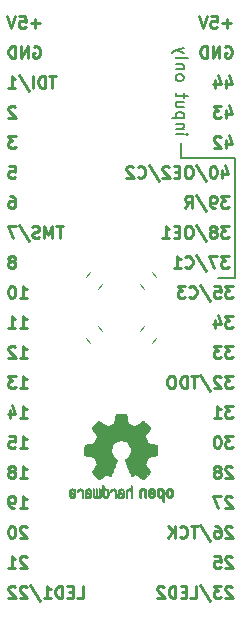
<source format=gbr>
G04 #@! TF.GenerationSoftware,KiCad,Pcbnew,5.99.0-unknown-8bd2765~86~ubuntu18.04.1*
G04 #@! TF.CreationDate,2019-12-15T18:04:06+00:00*
G04 #@! TF.ProjectId,ATF1502AS-EVB,41544631-3530-4324-9153-2d4556422e6b,rev?*
G04 #@! TF.SameCoordinates,Original*
G04 #@! TF.FileFunction,Legend,Bot*
G04 #@! TF.FilePolarity,Positive*
%FSLAX46Y46*%
G04 Gerber Fmt 4.6, Leading zero omitted, Abs format (unit mm)*
G04 Created by KiCad (PCBNEW 5.99.0-unknown-8bd2765~86~ubuntu18.04.1) date 2019-12-15 18:04:06*
%MOMM*%
%LPD*%
G04 APERTURE LIST*
%ADD10C,0.203200*%
%ADD11C,0.254000*%
%ADD12C,0.010000*%
%ADD13C,0.120000*%
G04 APERTURE END LIST*
D10*
X71882000Y-72390000D02*
X70485000Y-72390000D01*
X66850380Y-60270571D02*
X67527714Y-60270571D01*
X67866380Y-60270571D02*
X67818000Y-60318952D01*
X67769619Y-60270571D01*
X67818000Y-60222190D01*
X67866380Y-60270571D01*
X67769619Y-60270571D01*
X67527714Y-59786761D02*
X66850380Y-59786761D01*
X67430952Y-59786761D02*
X67479333Y-59738380D01*
X67527714Y-59641619D01*
X67527714Y-59496476D01*
X67479333Y-59399714D01*
X67382571Y-59351333D01*
X66850380Y-59351333D01*
X67527714Y-58867523D02*
X66511714Y-58867523D01*
X67479333Y-58867523D02*
X67527714Y-58770761D01*
X67527714Y-58577238D01*
X67479333Y-58480476D01*
X67430952Y-58432095D01*
X67334190Y-58383714D01*
X67043904Y-58383714D01*
X66947142Y-58432095D01*
X66898761Y-58480476D01*
X66850380Y-58577238D01*
X66850380Y-58770761D01*
X66898761Y-58867523D01*
X67527714Y-57512857D02*
X66850380Y-57512857D01*
X67527714Y-57948285D02*
X66995523Y-57948285D01*
X66898761Y-57899904D01*
X66850380Y-57803142D01*
X66850380Y-57658000D01*
X66898761Y-57561238D01*
X66947142Y-57512857D01*
X67527714Y-57174190D02*
X67527714Y-56787142D01*
X67866380Y-57029047D02*
X66995523Y-57029047D01*
X66898761Y-56980666D01*
X66850380Y-56883904D01*
X66850380Y-56787142D01*
X66850380Y-55529238D02*
X66898761Y-55626000D01*
X66947142Y-55674380D01*
X67043904Y-55722761D01*
X67334190Y-55722761D01*
X67430952Y-55674380D01*
X67479333Y-55626000D01*
X67527714Y-55529238D01*
X67527714Y-55384095D01*
X67479333Y-55287333D01*
X67430952Y-55238952D01*
X67334190Y-55190571D01*
X67043904Y-55190571D01*
X66947142Y-55238952D01*
X66898761Y-55287333D01*
X66850380Y-55384095D01*
X66850380Y-55529238D01*
X67527714Y-54755142D02*
X66850380Y-54755142D01*
X67430952Y-54755142D02*
X67479333Y-54706761D01*
X67527714Y-54610000D01*
X67527714Y-54464857D01*
X67479333Y-54368095D01*
X67382571Y-54319714D01*
X66850380Y-54319714D01*
X66850380Y-53690761D02*
X66898761Y-53787523D01*
X66995523Y-53835904D01*
X67866380Y-53835904D01*
X67527714Y-53400476D02*
X66850380Y-53158571D01*
X67527714Y-52916666D02*
X66850380Y-53158571D01*
X66608476Y-53255333D01*
X66560095Y-53303714D01*
X66511714Y-53400476D01*
X67310000Y-62230000D02*
X67310000Y-60960000D01*
X71882000Y-62230000D02*
X67310000Y-62230000D01*
X71882000Y-72390000D02*
X71882000Y-62230000D01*
D11*
X71629814Y-88440380D02*
X71581433Y-88392000D01*
X71484671Y-88343619D01*
X71242766Y-88343619D01*
X71146004Y-88392000D01*
X71097623Y-88440380D01*
X71049242Y-88537142D01*
X71049242Y-88633904D01*
X71097623Y-88779047D01*
X71678195Y-89359619D01*
X71049242Y-89359619D01*
X70468671Y-88779047D02*
X70565433Y-88730666D01*
X70613814Y-88682285D01*
X70662195Y-88585523D01*
X70662195Y-88537142D01*
X70613814Y-88440380D01*
X70565433Y-88392000D01*
X70468671Y-88343619D01*
X70275147Y-88343619D01*
X70178385Y-88392000D01*
X70130004Y-88440380D01*
X70081623Y-88537142D01*
X70081623Y-88585523D01*
X70130004Y-88682285D01*
X70178385Y-88730666D01*
X70275147Y-88779047D01*
X70468671Y-88779047D01*
X70565433Y-88827428D01*
X70613814Y-88875809D01*
X70662195Y-88972571D01*
X70662195Y-89166095D01*
X70613814Y-89262857D01*
X70565433Y-89311238D01*
X70468671Y-89359619D01*
X70275147Y-89359619D01*
X70178385Y-89311238D01*
X70130004Y-89262857D01*
X70081623Y-89166095D01*
X70081623Y-88972571D01*
X70130004Y-88875809D01*
X70178385Y-88827428D01*
X70275147Y-88779047D01*
X71629814Y-93520380D02*
X71581433Y-93472000D01*
X71484671Y-93423619D01*
X71242766Y-93423619D01*
X71146004Y-93472000D01*
X71097624Y-93520380D01*
X71049243Y-93617142D01*
X71049243Y-93713904D01*
X71097624Y-93859047D01*
X71678195Y-94439619D01*
X71049243Y-94439619D01*
X70178385Y-93423619D02*
X70371909Y-93423619D01*
X70468671Y-93472000D01*
X70517052Y-93520380D01*
X70613814Y-93665523D01*
X70662195Y-93859047D01*
X70662195Y-94246095D01*
X70613814Y-94342857D01*
X70565433Y-94391238D01*
X70468671Y-94439619D01*
X70275147Y-94439619D01*
X70178385Y-94391238D01*
X70130004Y-94342857D01*
X70081624Y-94246095D01*
X70081624Y-94004190D01*
X70130004Y-93907428D01*
X70178385Y-93859047D01*
X70275147Y-93810666D01*
X70468671Y-93810666D01*
X70565433Y-93859047D01*
X70613814Y-93907428D01*
X70662195Y-94004190D01*
X68920481Y-93375238D02*
X69791338Y-94681523D01*
X68726957Y-93423619D02*
X68146385Y-93423619D01*
X68436671Y-94439619D02*
X68436671Y-93423619D01*
X67227147Y-94342857D02*
X67275528Y-94391238D01*
X67420671Y-94439619D01*
X67517433Y-94439619D01*
X67662576Y-94391238D01*
X67759338Y-94294476D01*
X67807719Y-94197714D01*
X67856100Y-94004190D01*
X67856100Y-93859047D01*
X67807719Y-93665523D01*
X67759338Y-93568761D01*
X67662576Y-93472000D01*
X67517433Y-93423619D01*
X67420671Y-93423619D01*
X67275528Y-93472000D01*
X67227147Y-93520380D01*
X66791719Y-94439619D02*
X66791719Y-93423619D01*
X66211147Y-94439619D02*
X66646576Y-93859047D01*
X66211147Y-93423619D02*
X66791719Y-94004190D01*
X71678195Y-83263619D02*
X71049242Y-83263619D01*
X71387909Y-83650666D01*
X71242766Y-83650666D01*
X71146004Y-83699047D01*
X71097623Y-83747428D01*
X71049242Y-83844190D01*
X71049242Y-84086095D01*
X71097623Y-84182857D01*
X71146004Y-84231238D01*
X71242766Y-84279619D01*
X71533052Y-84279619D01*
X71629814Y-84231238D01*
X71678195Y-84182857D01*
X70081623Y-84279619D02*
X70662195Y-84279619D01*
X70371909Y-84279619D02*
X70371909Y-83263619D01*
X70468671Y-83408761D01*
X70565433Y-83505523D01*
X70662195Y-83553904D01*
X71678195Y-78183619D02*
X71049242Y-78183619D01*
X71387909Y-78570666D01*
X71242766Y-78570666D01*
X71146004Y-78619047D01*
X71097623Y-78667428D01*
X71049242Y-78764190D01*
X71049242Y-79006095D01*
X71097623Y-79102857D01*
X71146004Y-79151238D01*
X71242766Y-79199619D01*
X71533052Y-79199619D01*
X71629814Y-79151238D01*
X71678195Y-79102857D01*
X70710576Y-78183619D02*
X70081623Y-78183619D01*
X70420290Y-78570666D01*
X70275147Y-78570666D01*
X70178385Y-78619047D01*
X70130004Y-78667428D01*
X70081623Y-78764190D01*
X70081623Y-79006095D01*
X70130004Y-79102857D01*
X70178385Y-79151238D01*
X70275147Y-79199619D01*
X70565433Y-79199619D01*
X70662195Y-79151238D01*
X70710576Y-79102857D01*
X71581433Y-50872571D02*
X70807337Y-50872571D01*
X71194385Y-51259619D02*
X71194385Y-50485523D01*
X69839718Y-50243619D02*
X70323528Y-50243619D01*
X70371909Y-50727428D01*
X70323528Y-50679047D01*
X70226766Y-50630666D01*
X69984861Y-50630666D01*
X69888099Y-50679047D01*
X69839718Y-50727428D01*
X69791337Y-50824190D01*
X69791337Y-51066095D01*
X69839718Y-51162857D01*
X69888099Y-51211238D01*
X69984861Y-51259619D01*
X70226766Y-51259619D01*
X70323528Y-51211238D01*
X70371909Y-51162857D01*
X69501052Y-50243619D02*
X69162385Y-51259619D01*
X68823718Y-50243619D01*
X71049242Y-52832000D02*
X71146004Y-52783619D01*
X71291147Y-52783619D01*
X71436290Y-52832000D01*
X71533052Y-52928761D01*
X71581433Y-53025523D01*
X71629814Y-53219047D01*
X71629814Y-53364190D01*
X71581433Y-53557714D01*
X71533052Y-53654476D01*
X71436290Y-53751238D01*
X71291147Y-53799619D01*
X71194385Y-53799619D01*
X71049242Y-53751238D01*
X71000861Y-53702857D01*
X71000861Y-53364190D01*
X71194385Y-53364190D01*
X70565433Y-53799619D02*
X70565433Y-52783619D01*
X69984861Y-53799619D01*
X69984861Y-52783619D01*
X69501052Y-53799619D02*
X69501052Y-52783619D01*
X69259147Y-52783619D01*
X69114004Y-52832000D01*
X69017242Y-52928761D01*
X68968861Y-53025523D01*
X68920480Y-53219047D01*
X68920480Y-53364190D01*
X68968861Y-53557714D01*
X69017242Y-53654476D01*
X69114004Y-53751238D01*
X69259147Y-53799619D01*
X69501052Y-53799619D01*
X71678195Y-85803619D02*
X71049242Y-85803619D01*
X71387909Y-86190666D01*
X71242766Y-86190666D01*
X71146004Y-86239047D01*
X71097623Y-86287428D01*
X71049242Y-86384190D01*
X71049242Y-86626095D01*
X71097623Y-86722857D01*
X71146004Y-86771238D01*
X71242766Y-86819619D01*
X71533052Y-86819619D01*
X71629814Y-86771238D01*
X71678195Y-86722857D01*
X70420290Y-85803619D02*
X70323528Y-85803619D01*
X70226766Y-85852000D01*
X70178385Y-85900380D01*
X70130004Y-85997142D01*
X70081623Y-86190666D01*
X70081623Y-86432571D01*
X70130004Y-86626095D01*
X70178385Y-86722857D01*
X70226766Y-86771238D01*
X70323528Y-86819619D01*
X70420290Y-86819619D01*
X70517052Y-86771238D01*
X70565433Y-86722857D01*
X70613814Y-86626095D01*
X70662195Y-86432571D01*
X70662195Y-86190666D01*
X70613814Y-85997142D01*
X70565433Y-85900380D01*
X70517052Y-85852000D01*
X70420290Y-85803619D01*
X71345576Y-70563619D02*
X70716623Y-70563619D01*
X71055290Y-70950666D01*
X70910147Y-70950666D01*
X70813385Y-70999047D01*
X70765004Y-71047428D01*
X70716623Y-71144190D01*
X70716623Y-71386095D01*
X70765004Y-71482857D01*
X70813385Y-71531238D01*
X70910147Y-71579619D01*
X71200433Y-71579619D01*
X71297195Y-71531238D01*
X71345576Y-71482857D01*
X70377957Y-70563619D02*
X69700623Y-70563619D01*
X70136052Y-71579619D01*
X68587861Y-70515238D02*
X69458719Y-71821523D01*
X67668623Y-71482857D02*
X67717004Y-71531238D01*
X67862147Y-71579619D01*
X67958909Y-71579619D01*
X68104052Y-71531238D01*
X68200814Y-71434476D01*
X68249195Y-71337714D01*
X68297576Y-71144190D01*
X68297576Y-70999047D01*
X68249195Y-70805523D01*
X68200814Y-70708761D01*
X68104052Y-70612000D01*
X67958909Y-70563619D01*
X67862147Y-70563619D01*
X67717004Y-70612000D01*
X67668623Y-70660380D01*
X66701004Y-71579619D02*
X67281576Y-71579619D01*
X66991290Y-71579619D02*
X66991290Y-70563619D01*
X67088052Y-70708761D01*
X67184814Y-70805523D01*
X67281576Y-70853904D01*
X71629814Y-96060380D02*
X71581433Y-96012000D01*
X71484671Y-95963619D01*
X71242766Y-95963619D01*
X71146004Y-96012000D01*
X71097623Y-96060380D01*
X71049242Y-96157142D01*
X71049242Y-96253904D01*
X71097623Y-96399047D01*
X71678195Y-96979619D01*
X71049242Y-96979619D01*
X70130004Y-95963619D02*
X70613814Y-95963619D01*
X70662195Y-96447428D01*
X70613814Y-96399047D01*
X70517052Y-96350666D01*
X70275147Y-96350666D01*
X70178385Y-96399047D01*
X70130004Y-96447428D01*
X70081623Y-96544190D01*
X70081623Y-96786095D01*
X70130004Y-96882857D01*
X70178385Y-96931238D01*
X70275147Y-96979619D01*
X70517052Y-96979619D01*
X70613814Y-96931238D01*
X70662195Y-96882857D01*
X71629814Y-98600380D02*
X71581433Y-98552000D01*
X71484671Y-98503619D01*
X71242766Y-98503619D01*
X71146005Y-98552000D01*
X71097624Y-98600380D01*
X71049243Y-98697142D01*
X71049243Y-98793904D01*
X71097624Y-98939047D01*
X71678195Y-99519619D01*
X71049243Y-99519619D01*
X70710576Y-98503619D02*
X70081624Y-98503619D01*
X70420290Y-98890666D01*
X70275147Y-98890666D01*
X70178386Y-98939047D01*
X70130005Y-98987428D01*
X70081624Y-99084190D01*
X70081624Y-99326095D01*
X70130005Y-99422857D01*
X70178386Y-99471238D01*
X70275147Y-99519619D01*
X70565433Y-99519619D01*
X70662195Y-99471238D01*
X70710576Y-99422857D01*
X68920481Y-98455238D02*
X69791338Y-99761523D01*
X68098005Y-99519619D02*
X68581814Y-99519619D01*
X68581814Y-98503619D01*
X67759338Y-98987428D02*
X67420671Y-98987428D01*
X67275528Y-99519619D02*
X67759338Y-99519619D01*
X67759338Y-98503619D01*
X67275528Y-98503619D01*
X66840100Y-99519619D02*
X66840100Y-98503619D01*
X66598195Y-98503619D01*
X66453052Y-98552000D01*
X66356290Y-98648761D01*
X66307909Y-98745523D01*
X66259528Y-98939047D01*
X66259528Y-99084190D01*
X66307909Y-99277714D01*
X66356290Y-99374476D01*
X66453052Y-99471238D01*
X66598195Y-99519619D01*
X66840100Y-99519619D01*
X65872481Y-98600380D02*
X65824100Y-98552000D01*
X65727338Y-98503619D01*
X65485433Y-98503619D01*
X65388671Y-98552000D01*
X65340290Y-98600380D01*
X65291909Y-98697142D01*
X65291909Y-98793904D01*
X65340290Y-98939047D01*
X65920862Y-99519619D01*
X65291909Y-99519619D01*
X71345576Y-68023619D02*
X70716623Y-68023619D01*
X71055290Y-68410666D01*
X70910147Y-68410666D01*
X70813385Y-68459047D01*
X70765004Y-68507428D01*
X70716623Y-68604190D01*
X70716623Y-68846095D01*
X70765004Y-68942857D01*
X70813385Y-68991238D01*
X70910147Y-69039619D01*
X71200433Y-69039619D01*
X71297195Y-68991238D01*
X71345576Y-68942857D01*
X70136052Y-68459047D02*
X70232814Y-68410666D01*
X70281195Y-68362285D01*
X70329576Y-68265523D01*
X70329576Y-68217142D01*
X70281195Y-68120380D01*
X70232814Y-68072000D01*
X70136052Y-68023619D01*
X69942528Y-68023619D01*
X69845766Y-68072000D01*
X69797385Y-68120380D01*
X69749004Y-68217142D01*
X69749004Y-68265523D01*
X69797385Y-68362285D01*
X69845766Y-68410666D01*
X69942528Y-68459047D01*
X70136052Y-68459047D01*
X70232814Y-68507428D01*
X70281195Y-68555809D01*
X70329576Y-68652571D01*
X70329576Y-68846095D01*
X70281195Y-68942857D01*
X70232814Y-68991238D01*
X70136052Y-69039619D01*
X69942528Y-69039619D01*
X69845766Y-68991238D01*
X69797385Y-68942857D01*
X69749004Y-68846095D01*
X69749004Y-68652571D01*
X69797385Y-68555809D01*
X69845766Y-68507428D01*
X69942528Y-68459047D01*
X68587862Y-67975238D02*
X69458719Y-69281523D01*
X68055671Y-68023619D02*
X67862147Y-68023619D01*
X67765385Y-68072000D01*
X67668623Y-68168761D01*
X67620242Y-68362285D01*
X67620242Y-68700952D01*
X67668623Y-68894476D01*
X67765385Y-68991238D01*
X67862147Y-69039619D01*
X68055671Y-69039619D01*
X68152433Y-68991238D01*
X68249195Y-68894476D01*
X68297576Y-68700952D01*
X68297576Y-68362285D01*
X68249195Y-68168761D01*
X68152433Y-68072000D01*
X68055671Y-68023619D01*
X67184814Y-68507428D02*
X66846147Y-68507428D01*
X66701004Y-69039619D02*
X67184814Y-69039619D01*
X67184814Y-68023619D01*
X66701004Y-68023619D01*
X65733385Y-69039619D02*
X66313957Y-69039619D01*
X66023671Y-69039619D02*
X66023671Y-68023619D01*
X66120433Y-68168761D01*
X66217195Y-68265523D01*
X66313957Y-68313904D01*
X70813385Y-63282285D02*
X70813385Y-63959619D01*
X71055290Y-62895238D02*
X71297195Y-63620952D01*
X70668242Y-63620952D01*
X70087671Y-62943619D02*
X69990909Y-62943619D01*
X69894147Y-62992000D01*
X69845766Y-63040380D01*
X69797385Y-63137142D01*
X69749004Y-63330666D01*
X69749004Y-63572571D01*
X69797385Y-63766095D01*
X69845766Y-63862857D01*
X69894147Y-63911238D01*
X69990909Y-63959619D01*
X70087671Y-63959619D01*
X70184433Y-63911238D01*
X70232814Y-63862857D01*
X70281195Y-63766095D01*
X70329576Y-63572571D01*
X70329576Y-63330666D01*
X70281195Y-63137142D01*
X70232814Y-63040380D01*
X70184433Y-62992000D01*
X70087671Y-62943619D01*
X68587862Y-62895238D02*
X69458719Y-64201523D01*
X68055671Y-62943619D02*
X67862147Y-62943619D01*
X67765385Y-62992000D01*
X67668623Y-63088761D01*
X67620242Y-63282285D01*
X67620242Y-63620952D01*
X67668623Y-63814476D01*
X67765385Y-63911238D01*
X67862147Y-63959619D01*
X68055671Y-63959619D01*
X68152433Y-63911238D01*
X68249195Y-63814476D01*
X68297576Y-63620952D01*
X68297576Y-63282285D01*
X68249195Y-63088761D01*
X68152433Y-62992000D01*
X68055671Y-62943619D01*
X67184814Y-63427428D02*
X66846147Y-63427428D01*
X66701004Y-63959619D02*
X67184814Y-63959619D01*
X67184814Y-62943619D01*
X66701004Y-62943619D01*
X66313957Y-63040380D02*
X66265576Y-62992000D01*
X66168814Y-62943619D01*
X65926909Y-62943619D01*
X65830147Y-62992000D01*
X65781766Y-63040380D01*
X65733385Y-63137142D01*
X65733385Y-63233904D01*
X65781766Y-63379047D01*
X66362338Y-63959619D01*
X65733385Y-63959619D01*
X64572242Y-62895238D02*
X65443100Y-64201523D01*
X63653004Y-63862857D02*
X63701385Y-63911238D01*
X63846528Y-63959619D01*
X63943290Y-63959619D01*
X64088433Y-63911238D01*
X64185195Y-63814476D01*
X64233576Y-63717714D01*
X64281957Y-63524190D01*
X64281957Y-63379047D01*
X64233576Y-63185523D01*
X64185195Y-63088761D01*
X64088433Y-62992000D01*
X63943290Y-62943619D01*
X63846528Y-62943619D01*
X63701385Y-62992000D01*
X63653004Y-63040380D01*
X63265957Y-63040380D02*
X63217576Y-62992000D01*
X63120814Y-62943619D01*
X62878909Y-62943619D01*
X62782147Y-62992000D01*
X62733766Y-63040380D01*
X62685385Y-63137142D01*
X62685385Y-63233904D01*
X62733766Y-63379047D01*
X63314338Y-63959619D01*
X62685385Y-63959619D01*
X71678195Y-80723619D02*
X71049243Y-80723619D01*
X71387909Y-81110666D01*
X71242766Y-81110666D01*
X71146004Y-81159047D01*
X71097623Y-81207428D01*
X71049243Y-81304190D01*
X71049243Y-81546095D01*
X71097623Y-81642857D01*
X71146004Y-81691238D01*
X71242766Y-81739619D01*
X71533052Y-81739619D01*
X71629814Y-81691238D01*
X71678195Y-81642857D01*
X70662195Y-80820380D02*
X70613814Y-80772000D01*
X70517052Y-80723619D01*
X70275147Y-80723619D01*
X70178385Y-80772000D01*
X70130004Y-80820380D01*
X70081623Y-80917142D01*
X70081623Y-81013904D01*
X70130004Y-81159047D01*
X70710576Y-81739619D01*
X70081623Y-81739619D01*
X68920481Y-80675238D02*
X69791338Y-81981523D01*
X68726957Y-80723619D02*
X68146385Y-80723619D01*
X68436671Y-81739619D02*
X68436671Y-80723619D01*
X67807719Y-81739619D02*
X67807719Y-80723619D01*
X67565814Y-80723619D01*
X67420671Y-80772000D01*
X67323909Y-80868761D01*
X67275528Y-80965523D01*
X67227147Y-81159047D01*
X67227147Y-81304190D01*
X67275528Y-81497714D01*
X67323909Y-81594476D01*
X67420671Y-81691238D01*
X67565814Y-81739619D01*
X67807719Y-81739619D01*
X66598195Y-80723619D02*
X66404671Y-80723619D01*
X66307909Y-80772000D01*
X66211147Y-80868761D01*
X66162766Y-81062285D01*
X66162766Y-81400952D01*
X66211147Y-81594476D01*
X66307909Y-81691238D01*
X66404671Y-81739619D01*
X66598195Y-81739619D01*
X66694957Y-81691238D01*
X66791719Y-81594476D01*
X66840100Y-81400952D01*
X66840100Y-81062285D01*
X66791719Y-80868761D01*
X66694957Y-80772000D01*
X66598195Y-80723619D01*
X71146004Y-55662285D02*
X71146004Y-56339619D01*
X71387909Y-55275238D02*
X71629814Y-56000952D01*
X71000861Y-56000952D01*
X70178385Y-55662285D02*
X70178385Y-56339619D01*
X70420290Y-55275238D02*
X70662195Y-56000952D01*
X70033242Y-56000952D01*
X71146004Y-58202285D02*
X71146004Y-58879619D01*
X71387909Y-57815238D02*
X71629814Y-58540952D01*
X71000861Y-58540952D01*
X70710576Y-57863619D02*
X70081623Y-57863619D01*
X70420290Y-58250666D01*
X70275147Y-58250666D01*
X70178385Y-58299047D01*
X70130004Y-58347428D01*
X70081623Y-58444190D01*
X70081623Y-58686095D01*
X70130004Y-58782857D01*
X70178385Y-58831238D01*
X70275147Y-58879619D01*
X70565433Y-58879619D01*
X70662195Y-58831238D01*
X70710576Y-58782857D01*
X71146004Y-60742285D02*
X71146004Y-61419619D01*
X71387909Y-60355238D02*
X71629814Y-61080952D01*
X71000861Y-61080952D01*
X70662195Y-60500380D02*
X70613814Y-60452000D01*
X70517052Y-60403619D01*
X70275147Y-60403619D01*
X70178385Y-60452000D01*
X70130004Y-60500380D01*
X70081623Y-60597142D01*
X70081623Y-60693904D01*
X70130004Y-60839047D01*
X70710576Y-61419619D01*
X70081623Y-61419619D01*
X71345576Y-65483619D02*
X70716623Y-65483619D01*
X71055290Y-65870666D01*
X70910147Y-65870666D01*
X70813385Y-65919047D01*
X70765004Y-65967428D01*
X70716623Y-66064190D01*
X70716623Y-66306095D01*
X70765004Y-66402857D01*
X70813385Y-66451238D01*
X70910147Y-66499619D01*
X71200433Y-66499619D01*
X71297195Y-66451238D01*
X71345576Y-66402857D01*
X70232814Y-66499619D02*
X70039290Y-66499619D01*
X69942528Y-66451238D01*
X69894147Y-66402857D01*
X69797385Y-66257714D01*
X69749004Y-66064190D01*
X69749004Y-65677142D01*
X69797385Y-65580380D01*
X69845766Y-65532000D01*
X69942528Y-65483619D01*
X70136052Y-65483619D01*
X70232814Y-65532000D01*
X70281195Y-65580380D01*
X70329576Y-65677142D01*
X70329576Y-65919047D01*
X70281195Y-66015809D01*
X70232814Y-66064190D01*
X70136052Y-66112571D01*
X69942528Y-66112571D01*
X69845766Y-66064190D01*
X69797385Y-66015809D01*
X69749004Y-65919047D01*
X68587861Y-65435238D02*
X69458719Y-66741523D01*
X67668623Y-66499619D02*
X68007290Y-66015809D01*
X68249195Y-66499619D02*
X68249195Y-65483619D01*
X67862147Y-65483619D01*
X67765385Y-65532000D01*
X67717004Y-65580380D01*
X67668623Y-65677142D01*
X67668623Y-65822285D01*
X67717004Y-65919047D01*
X67765385Y-65967428D01*
X67862147Y-66015809D01*
X68249195Y-66015809D01*
X71678195Y-73103619D02*
X71049242Y-73103619D01*
X71387909Y-73490666D01*
X71242766Y-73490666D01*
X71146004Y-73539047D01*
X71097623Y-73587428D01*
X71049242Y-73684190D01*
X71049242Y-73926095D01*
X71097623Y-74022857D01*
X71146004Y-74071238D01*
X71242766Y-74119619D01*
X71533052Y-74119619D01*
X71629814Y-74071238D01*
X71678195Y-74022857D01*
X70130004Y-73103619D02*
X70613814Y-73103619D01*
X70662195Y-73587428D01*
X70613814Y-73539047D01*
X70517052Y-73490666D01*
X70275147Y-73490666D01*
X70178385Y-73539047D01*
X70130004Y-73587428D01*
X70081623Y-73684190D01*
X70081623Y-73926095D01*
X70130004Y-74022857D01*
X70178385Y-74071238D01*
X70275147Y-74119619D01*
X70517052Y-74119619D01*
X70613814Y-74071238D01*
X70662195Y-74022857D01*
X68920480Y-73055238D02*
X69791338Y-74361523D01*
X68001242Y-74022857D02*
X68049623Y-74071238D01*
X68194766Y-74119619D01*
X68291528Y-74119619D01*
X68436671Y-74071238D01*
X68533433Y-73974476D01*
X68581814Y-73877714D01*
X68630195Y-73684190D01*
X68630195Y-73539047D01*
X68581814Y-73345523D01*
X68533433Y-73248761D01*
X68436671Y-73152000D01*
X68291528Y-73103619D01*
X68194766Y-73103619D01*
X68049623Y-73152000D01*
X68001242Y-73200380D01*
X67662576Y-73103619D02*
X67033623Y-73103619D01*
X67372290Y-73490666D01*
X67227147Y-73490666D01*
X67130385Y-73539047D01*
X67082004Y-73587428D01*
X67033623Y-73684190D01*
X67033623Y-73926095D01*
X67082004Y-74022857D01*
X67130385Y-74071238D01*
X67227147Y-74119619D01*
X67517433Y-74119619D01*
X67614195Y-74071238D01*
X67662576Y-74022857D01*
X71629814Y-90980380D02*
X71581433Y-90932000D01*
X71484671Y-90883619D01*
X71242766Y-90883619D01*
X71146004Y-90932000D01*
X71097623Y-90980380D01*
X71049242Y-91077142D01*
X71049242Y-91173904D01*
X71097623Y-91319047D01*
X71678195Y-91899619D01*
X71049242Y-91899619D01*
X70710576Y-90883619D02*
X70033242Y-90883619D01*
X70468671Y-91899619D01*
X71678195Y-75643619D02*
X71049242Y-75643619D01*
X71387909Y-76030666D01*
X71242766Y-76030666D01*
X71146004Y-76079047D01*
X71097623Y-76127428D01*
X71049242Y-76224190D01*
X71049242Y-76466095D01*
X71097623Y-76562857D01*
X71146004Y-76611238D01*
X71242766Y-76659619D01*
X71533052Y-76659619D01*
X71629814Y-76611238D01*
X71678195Y-76562857D01*
X70178385Y-75982285D02*
X70178385Y-76659619D01*
X70420290Y-75595238D02*
X70662195Y-76320952D01*
X70033242Y-76320952D01*
X53670804Y-86819619D02*
X54251376Y-86819619D01*
X53961090Y-86819619D02*
X53961090Y-85803619D01*
X54057852Y-85948761D01*
X54154614Y-86045523D01*
X54251376Y-86093904D01*
X52751566Y-85803619D02*
X53235376Y-85803619D01*
X53283757Y-86287428D01*
X53235376Y-86239047D01*
X53138614Y-86190666D01*
X52896709Y-86190666D01*
X52799947Y-86239047D01*
X52751566Y-86287428D01*
X52703185Y-86384190D01*
X52703185Y-86626095D01*
X52751566Y-86722857D01*
X52799947Y-86771238D01*
X52896709Y-86819619D01*
X53138614Y-86819619D01*
X53235376Y-86771238D01*
X53283757Y-86722857D01*
X53670804Y-76659619D02*
X54251376Y-76659619D01*
X53961090Y-76659619D02*
X53961090Y-75643619D01*
X54057852Y-75788761D01*
X54154614Y-75885523D01*
X54251376Y-75933904D01*
X52703185Y-76659619D02*
X53283757Y-76659619D01*
X52993471Y-76659619D02*
X52993471Y-75643619D01*
X53090233Y-75788761D01*
X53186995Y-75885523D01*
X53283757Y-75933904D01*
X53332138Y-60403619D02*
X52703185Y-60403619D01*
X53041852Y-60790666D01*
X52896709Y-60790666D01*
X52799947Y-60839047D01*
X52751566Y-60887428D01*
X52703185Y-60984190D01*
X52703185Y-61226095D01*
X52751566Y-61322857D01*
X52799947Y-61371238D01*
X52896709Y-61419619D01*
X53186995Y-61419619D01*
X53283757Y-61371238D01*
X53332138Y-61322857D01*
X55364138Y-50872571D02*
X54590043Y-50872571D01*
X54977090Y-51259619D02*
X54977090Y-50485523D01*
X53622423Y-50243619D02*
X54106233Y-50243619D01*
X54154614Y-50727428D01*
X54106233Y-50679047D01*
X54009471Y-50630666D01*
X53767566Y-50630666D01*
X53670804Y-50679047D01*
X53622423Y-50727428D01*
X53574043Y-50824190D01*
X53574043Y-51066095D01*
X53622423Y-51162857D01*
X53670804Y-51211238D01*
X53767566Y-51259619D01*
X54009471Y-51259619D01*
X54106233Y-51211238D01*
X54154614Y-51162857D01*
X53283757Y-50243619D02*
X52945090Y-51259619D01*
X52606423Y-50243619D01*
X54251376Y-93520380D02*
X54202995Y-93472000D01*
X54106233Y-93423619D01*
X53864328Y-93423619D01*
X53767566Y-93472000D01*
X53719185Y-93520380D01*
X53670804Y-93617142D01*
X53670804Y-93713904D01*
X53719185Y-93859047D01*
X54299757Y-94439619D01*
X53670804Y-94439619D01*
X53041852Y-93423619D02*
X52945090Y-93423619D01*
X52848328Y-93472000D01*
X52799947Y-93520380D01*
X52751566Y-93617142D01*
X52703185Y-93810666D01*
X52703185Y-94052571D01*
X52751566Y-94246095D01*
X52799947Y-94342857D01*
X52848328Y-94391238D01*
X52945090Y-94439619D01*
X53041852Y-94439619D01*
X53138614Y-94391238D01*
X53186995Y-94342857D01*
X53235376Y-94246095D01*
X53283757Y-94052571D01*
X53283757Y-93810666D01*
X53235376Y-93617142D01*
X53186995Y-93520380D01*
X53138614Y-93472000D01*
X53041852Y-93423619D01*
X54251376Y-96060380D02*
X54202995Y-96012000D01*
X54106233Y-95963619D01*
X53864328Y-95963619D01*
X53767566Y-96012000D01*
X53719185Y-96060380D01*
X53670804Y-96157142D01*
X53670804Y-96253904D01*
X53719185Y-96399047D01*
X54299757Y-96979619D01*
X53670804Y-96979619D01*
X52703185Y-96979619D02*
X53283757Y-96979619D01*
X52993471Y-96979619D02*
X52993471Y-95963619D01*
X53090233Y-96108761D01*
X53186995Y-96205523D01*
X53283757Y-96253904D01*
X53670804Y-91899619D02*
X54251376Y-91899619D01*
X53961090Y-91899619D02*
X53961090Y-90883619D01*
X54057852Y-91028761D01*
X54154614Y-91125523D01*
X54251376Y-91173904D01*
X53186995Y-91899619D02*
X52993471Y-91899619D01*
X52896709Y-91851238D01*
X52848328Y-91802857D01*
X52751566Y-91657714D01*
X52703185Y-91464190D01*
X52703185Y-91077142D01*
X52751566Y-90980380D01*
X52799947Y-90932000D01*
X52896709Y-90883619D01*
X53090233Y-90883619D01*
X53186995Y-90932000D01*
X53235376Y-90980380D01*
X53283757Y-91077142D01*
X53283757Y-91319047D01*
X53235376Y-91415809D01*
X53186995Y-91464190D01*
X53090233Y-91512571D01*
X52896709Y-91512571D01*
X52799947Y-91464190D01*
X52751566Y-91415809D01*
X52703185Y-91319047D01*
X52799947Y-65483619D02*
X52993471Y-65483619D01*
X53090233Y-65532000D01*
X53138614Y-65580380D01*
X53235376Y-65725523D01*
X53283757Y-65919047D01*
X53283757Y-66306095D01*
X53235376Y-66402857D01*
X53186995Y-66451238D01*
X53090233Y-66499619D01*
X52896709Y-66499619D01*
X52799947Y-66451238D01*
X52751566Y-66402857D01*
X52703185Y-66306095D01*
X52703185Y-66064190D01*
X52751566Y-65967428D01*
X52799947Y-65919047D01*
X52896709Y-65870666D01*
X53090233Y-65870666D01*
X53186995Y-65919047D01*
X53235376Y-65967428D01*
X53283757Y-66064190D01*
X53670804Y-89359619D02*
X54251376Y-89359619D01*
X53961090Y-89359619D02*
X53961090Y-88343619D01*
X54057852Y-88488761D01*
X54154614Y-88585523D01*
X54251376Y-88633904D01*
X53090233Y-88779047D02*
X53186995Y-88730666D01*
X53235376Y-88682285D01*
X53283757Y-88585523D01*
X53283757Y-88537142D01*
X53235376Y-88440380D01*
X53186995Y-88392000D01*
X53090233Y-88343619D01*
X52896709Y-88343619D01*
X52799947Y-88392000D01*
X52751566Y-88440380D01*
X52703185Y-88537142D01*
X52703185Y-88585523D01*
X52751566Y-88682285D01*
X52799947Y-88730666D01*
X52896709Y-88779047D01*
X53090233Y-88779047D01*
X53186995Y-88827428D01*
X53235376Y-88875809D01*
X53283757Y-88972571D01*
X53283757Y-89166095D01*
X53235376Y-89262857D01*
X53186995Y-89311238D01*
X53090233Y-89359619D01*
X52896709Y-89359619D01*
X52799947Y-89311238D01*
X52751566Y-89262857D01*
X52703185Y-89166095D01*
X52703185Y-88972571D01*
X52751566Y-88875809D01*
X52799947Y-88827428D01*
X52896709Y-88779047D01*
X53090233Y-70999047D02*
X53186995Y-70950666D01*
X53235376Y-70902285D01*
X53283757Y-70805523D01*
X53283757Y-70757142D01*
X53235376Y-70660380D01*
X53186995Y-70612000D01*
X53090233Y-70563619D01*
X52896709Y-70563619D01*
X52799947Y-70612000D01*
X52751566Y-70660380D01*
X52703185Y-70757142D01*
X52703185Y-70805523D01*
X52751566Y-70902285D01*
X52799947Y-70950666D01*
X52896709Y-70999047D01*
X53090233Y-70999047D01*
X53186995Y-71047428D01*
X53235376Y-71095809D01*
X53283757Y-71192571D01*
X53283757Y-71386095D01*
X53235376Y-71482857D01*
X53186995Y-71531238D01*
X53090233Y-71579619D01*
X52896709Y-71579619D01*
X52799947Y-71531238D01*
X52751566Y-71482857D01*
X52703185Y-71386095D01*
X52703185Y-71192571D01*
X52751566Y-71095809D01*
X52799947Y-71047428D01*
X52896709Y-70999047D01*
X52751566Y-62943619D02*
X53235376Y-62943619D01*
X53283757Y-63427428D01*
X53235376Y-63379047D01*
X53138614Y-63330666D01*
X52896709Y-63330666D01*
X52799947Y-63379047D01*
X52751566Y-63427428D01*
X52703185Y-63524190D01*
X52703185Y-63766095D01*
X52751566Y-63862857D01*
X52799947Y-63911238D01*
X52896709Y-63959619D01*
X53138614Y-63959619D01*
X53235376Y-63911238D01*
X53283757Y-63862857D01*
X53283757Y-57960380D02*
X53235376Y-57912000D01*
X53138614Y-57863619D01*
X52896709Y-57863619D01*
X52799947Y-57912000D01*
X52751566Y-57960380D01*
X52703185Y-58057142D01*
X52703185Y-58153904D01*
X52751566Y-58299047D01*
X53332138Y-58879619D01*
X52703185Y-58879619D01*
X53670804Y-79199619D02*
X54251376Y-79199619D01*
X53961090Y-79199619D02*
X53961090Y-78183619D01*
X54057852Y-78328761D01*
X54154614Y-78425523D01*
X54251376Y-78473904D01*
X53283757Y-78280380D02*
X53235376Y-78232000D01*
X53138614Y-78183619D01*
X52896709Y-78183619D01*
X52799947Y-78232000D01*
X52751566Y-78280380D01*
X52703185Y-78377142D01*
X52703185Y-78473904D01*
X52751566Y-78619047D01*
X53332138Y-79199619D01*
X52703185Y-79199619D01*
X53670804Y-81739619D02*
X54251376Y-81739619D01*
X53961090Y-81739619D02*
X53961090Y-80723619D01*
X54057852Y-80868761D01*
X54154614Y-80965523D01*
X54251376Y-81013904D01*
X53332138Y-80723619D02*
X52703185Y-80723619D01*
X53041852Y-81110666D01*
X52896709Y-81110666D01*
X52799947Y-81159047D01*
X52751566Y-81207428D01*
X52703185Y-81304190D01*
X52703185Y-81546095D01*
X52751566Y-81642857D01*
X52799947Y-81691238D01*
X52896709Y-81739619D01*
X53186995Y-81739619D01*
X53283757Y-81691238D01*
X53332138Y-81642857D01*
X53670804Y-84279619D02*
X54251376Y-84279619D01*
X53961090Y-84279619D02*
X53961090Y-83263619D01*
X54057852Y-83408761D01*
X54154614Y-83505523D01*
X54251376Y-83553904D01*
X52799947Y-83602285D02*
X52799947Y-84279619D01*
X53041852Y-83215238D02*
X53283757Y-83940952D01*
X52654804Y-83940952D01*
X57347757Y-68023619D02*
X56767185Y-68023619D01*
X57057471Y-69039619D02*
X57057471Y-68023619D01*
X56428519Y-69039619D02*
X56428519Y-68023619D01*
X56089852Y-68749333D01*
X55751185Y-68023619D01*
X55751185Y-69039619D01*
X55315757Y-68991238D02*
X55170614Y-69039619D01*
X54928709Y-69039619D01*
X54831947Y-68991238D01*
X54783566Y-68942857D01*
X54735185Y-68846095D01*
X54735185Y-68749333D01*
X54783566Y-68652571D01*
X54831947Y-68604190D01*
X54928709Y-68555809D01*
X55122233Y-68507428D01*
X55218995Y-68459047D01*
X55267376Y-68410666D01*
X55315757Y-68313904D01*
X55315757Y-68217142D01*
X55267376Y-68120380D01*
X55218995Y-68072000D01*
X55122233Y-68023619D01*
X54880328Y-68023619D01*
X54735185Y-68072000D01*
X53574042Y-67975238D02*
X54444899Y-69281523D01*
X53332138Y-68023619D02*
X52654804Y-68023619D01*
X53090233Y-69039619D01*
X58508899Y-99519619D02*
X58992709Y-99519619D01*
X58992709Y-98503619D01*
X58170233Y-98987428D02*
X57831566Y-98987428D01*
X57686423Y-99519619D02*
X58170233Y-99519619D01*
X58170233Y-98503619D01*
X57686423Y-98503619D01*
X57250994Y-99519619D02*
X57250994Y-98503619D01*
X57009090Y-98503619D01*
X56863947Y-98552000D01*
X56767185Y-98648761D01*
X56718804Y-98745523D01*
X56670423Y-98939047D01*
X56670423Y-99084190D01*
X56718804Y-99277714D01*
X56767185Y-99374476D01*
X56863947Y-99471238D01*
X57009090Y-99519619D01*
X57250994Y-99519619D01*
X55702804Y-99519619D02*
X56283375Y-99519619D01*
X55993090Y-99519619D02*
X55993090Y-98503619D01*
X56089852Y-98648761D01*
X56186614Y-98745523D01*
X56283375Y-98793904D01*
X54541661Y-98455238D02*
X55412518Y-99761523D01*
X54251375Y-98600380D02*
X54202994Y-98552000D01*
X54106233Y-98503619D01*
X53864328Y-98503619D01*
X53767566Y-98552000D01*
X53719185Y-98600380D01*
X53670804Y-98697142D01*
X53670804Y-98793904D01*
X53719185Y-98939047D01*
X54299756Y-99519619D01*
X53670804Y-99519619D01*
X53283756Y-98600380D02*
X53235375Y-98552000D01*
X53138614Y-98503619D01*
X52896709Y-98503619D01*
X52799947Y-98552000D01*
X52751566Y-98600380D01*
X52703185Y-98697142D01*
X52703185Y-98793904D01*
X52751566Y-98939047D01*
X53332137Y-99519619D01*
X52703185Y-99519619D01*
X56718805Y-55323619D02*
X56138233Y-55323619D01*
X56428519Y-56339619D02*
X56428519Y-55323619D01*
X55799567Y-56339619D02*
X55799567Y-55323619D01*
X55557662Y-55323619D01*
X55412519Y-55372000D01*
X55315757Y-55468761D01*
X55267376Y-55565523D01*
X55218995Y-55759047D01*
X55218995Y-55904190D01*
X55267376Y-56097714D01*
X55315757Y-56194476D01*
X55412519Y-56291238D01*
X55557662Y-56339619D01*
X55799567Y-56339619D01*
X54783567Y-56339619D02*
X54783567Y-55323619D01*
X53574043Y-55275238D02*
X54444900Y-56581523D01*
X52703186Y-56339619D02*
X53283757Y-56339619D01*
X52993471Y-56339619D02*
X52993471Y-55323619D01*
X53090233Y-55468761D01*
X53186995Y-55565523D01*
X53283757Y-55613904D01*
X53670804Y-74119619D02*
X54251376Y-74119619D01*
X53961090Y-74119619D02*
X53961090Y-73103619D01*
X54057852Y-73248761D01*
X54154614Y-73345523D01*
X54251376Y-73393904D01*
X53041852Y-73103619D02*
X52945090Y-73103619D01*
X52848328Y-73152000D01*
X52799947Y-73200380D01*
X52751566Y-73297142D01*
X52703185Y-73490666D01*
X52703185Y-73732571D01*
X52751566Y-73926095D01*
X52799947Y-74022857D01*
X52848328Y-74071238D01*
X52945090Y-74119619D01*
X53041852Y-74119619D01*
X53138614Y-74071238D01*
X53186995Y-74022857D01*
X53235376Y-73926095D01*
X53283757Y-73732571D01*
X53283757Y-73490666D01*
X53235376Y-73297142D01*
X53186995Y-73200380D01*
X53138614Y-73152000D01*
X53041852Y-73103619D01*
X54831947Y-52832000D02*
X54928709Y-52783619D01*
X55073852Y-52783619D01*
X55218995Y-52832000D01*
X55315757Y-52928761D01*
X55364138Y-53025523D01*
X55412519Y-53219047D01*
X55412519Y-53364190D01*
X55364138Y-53557714D01*
X55315757Y-53654476D01*
X55218995Y-53751238D01*
X55073852Y-53799619D01*
X54977090Y-53799619D01*
X54831947Y-53751238D01*
X54783566Y-53702857D01*
X54783566Y-53364190D01*
X54977090Y-53364190D01*
X54348138Y-53799619D02*
X54348138Y-52783619D01*
X53767566Y-53799619D01*
X53767566Y-52783619D01*
X53283757Y-53799619D02*
X53283757Y-52783619D01*
X53041852Y-52783619D01*
X52896709Y-52832000D01*
X52799947Y-52928761D01*
X52751566Y-53025523D01*
X52703185Y-53219047D01*
X52703185Y-53364190D01*
X52751566Y-53557714D01*
X52799947Y-53654476D01*
X52896709Y-53751238D01*
X53041852Y-53799619D01*
X53283757Y-53799619D01*
G36*
X65879763Y-90878269D02*
G01*
X65880300Y-90921802D01*
X65882019Y-91067344D01*
X65882365Y-91178711D01*
X65880277Y-91259804D01*
X65874698Y-91314522D01*
X65864567Y-91346761D01*
X65848826Y-91360422D01*
X65826417Y-91359403D01*
X65796280Y-91347603D01*
X65757355Y-91328920D01*
X65749038Y-91324933D01*
X65714402Y-91305419D01*
X65696314Y-91282202D01*
X65689392Y-91243492D01*
X65688256Y-91177497D01*
X65688205Y-91059000D01*
X65566141Y-91059000D01*
X65491055Y-91055712D01*
X65432015Y-91042377D01*
X65382986Y-91015423D01*
X65379330Y-91012788D01*
X65329581Y-90968286D01*
X65294959Y-90914523D01*
X65273123Y-90844154D01*
X65261737Y-90749830D01*
X65258960Y-90643271D01*
X65453846Y-90643271D01*
X65453880Y-90661131D01*
X65455735Y-90741748D01*
X65461693Y-90794447D01*
X65473506Y-90828668D01*
X65492923Y-90853846D01*
X65494133Y-90855049D01*
X65541858Y-90887628D01*
X65588110Y-90884417D01*
X65640350Y-90844965D01*
X65653128Y-90831482D01*
X65671949Y-90803837D01*
X65682562Y-90767880D01*
X65687252Y-90713364D01*
X65688308Y-90630042D01*
X65687394Y-90579598D01*
X65677477Y-90487857D01*
X65654842Y-90427752D01*
X65617238Y-90394900D01*
X65562416Y-90384923D01*
X65539317Y-90387050D01*
X65499350Y-90408147D01*
X65472926Y-90455161D01*
X65458330Y-90532175D01*
X65453846Y-90643271D01*
X65258960Y-90643271D01*
X65258462Y-90624206D01*
X65259187Y-90532536D01*
X65262490Y-90463098D01*
X65269828Y-90414945D01*
X65282655Y-90378866D01*
X65302423Y-90345648D01*
X65320569Y-90320261D01*
X65386461Y-90251727D01*
X65461114Y-90214505D01*
X65554904Y-90202722D01*
X65662240Y-90214467D01*
X65755031Y-90256595D01*
X65828421Y-90330898D01*
X65833954Y-90338764D01*
X65846857Y-90359668D01*
X65856742Y-90383555D01*
X65864093Y-90415582D01*
X65869394Y-90460905D01*
X65873127Y-90524679D01*
X65875778Y-90612060D01*
X65876096Y-90630042D01*
X65877828Y-90728205D01*
X65879763Y-90878269D01*
G37*
D12*
X65879763Y-90878269D02*
X65880300Y-90921802D01*
X65882019Y-91067344D01*
X65882365Y-91178711D01*
X65880277Y-91259804D01*
X65874698Y-91314522D01*
X65864567Y-91346761D01*
X65848826Y-91360422D01*
X65826417Y-91359403D01*
X65796280Y-91347603D01*
X65757355Y-91328920D01*
X65749038Y-91324933D01*
X65714402Y-91305419D01*
X65696314Y-91282202D01*
X65689392Y-91243492D01*
X65688256Y-91177497D01*
X65688205Y-91059000D01*
X65566141Y-91059000D01*
X65491055Y-91055712D01*
X65432015Y-91042377D01*
X65382986Y-91015423D01*
X65379330Y-91012788D01*
X65329581Y-90968286D01*
X65294959Y-90914523D01*
X65273123Y-90844154D01*
X65261737Y-90749830D01*
X65258960Y-90643271D01*
X65453846Y-90643271D01*
X65453880Y-90661131D01*
X65455735Y-90741748D01*
X65461693Y-90794447D01*
X65473506Y-90828668D01*
X65492923Y-90853846D01*
X65494133Y-90855049D01*
X65541858Y-90887628D01*
X65588110Y-90884417D01*
X65640350Y-90844965D01*
X65653128Y-90831482D01*
X65671949Y-90803837D01*
X65682562Y-90767880D01*
X65687252Y-90713364D01*
X65688308Y-90630042D01*
X65687394Y-90579598D01*
X65677477Y-90487857D01*
X65654842Y-90427752D01*
X65617238Y-90394900D01*
X65562416Y-90384923D01*
X65539317Y-90387050D01*
X65499350Y-90408147D01*
X65472926Y-90455161D01*
X65458330Y-90532175D01*
X65453846Y-90643271D01*
X65258960Y-90643271D01*
X65258462Y-90624206D01*
X65259187Y-90532536D01*
X65262490Y-90463098D01*
X65269828Y-90414945D01*
X65282655Y-90378866D01*
X65302423Y-90345648D01*
X65320569Y-90320261D01*
X65386461Y-90251727D01*
X65461114Y-90214505D01*
X65554904Y-90202722D01*
X65662240Y-90214467D01*
X65755031Y-90256595D01*
X65828421Y-90330898D01*
X65833954Y-90338764D01*
X65846857Y-90359668D01*
X65856742Y-90383555D01*
X65864093Y-90415582D01*
X65869394Y-90460905D01*
X65873127Y-90524679D01*
X65875778Y-90612060D01*
X65876096Y-90630042D01*
X65877828Y-90728205D01*
X65879763Y-90878269D01*
G36*
X64156372Y-90211684D02*
G01*
X64247629Y-90254569D01*
X64322416Y-90328729D01*
X64337917Y-90351944D01*
X64350774Y-90378256D01*
X64359893Y-90411420D01*
X64366102Y-90457881D01*
X64370233Y-90524082D01*
X64373116Y-90616468D01*
X64375579Y-90741485D01*
X64381697Y-91088278D01*
X64330303Y-91068738D01*
X64283246Y-91050787D01*
X64248015Y-91033511D01*
X64225017Y-91011242D01*
X64211655Y-90977165D01*
X64205328Y-90924463D01*
X64203437Y-90846323D01*
X64203385Y-90735928D01*
X64203117Y-90647935D01*
X64201521Y-90563502D01*
X64197712Y-90505834D01*
X64190820Y-90467988D01*
X64179975Y-90443024D01*
X64164308Y-90424000D01*
X64125792Y-90397153D01*
X64061091Y-90387034D01*
X63997081Y-90412606D01*
X63992856Y-90415880D01*
X63979689Y-90431007D01*
X63969975Y-90455268D01*
X63962903Y-90494650D01*
X63957656Y-90555141D01*
X63953421Y-90642729D01*
X63949385Y-90763402D01*
X63939615Y-91086515D01*
X63773539Y-91012065D01*
X63773539Y-90717062D01*
X63773883Y-90636919D01*
X63776847Y-90525431D01*
X63784351Y-90442421D01*
X63798190Y-90381199D01*
X63820155Y-90335075D01*
X63852039Y-90297358D01*
X63895633Y-90261358D01*
X63958336Y-90225089D01*
X64057117Y-90201412D01*
X64156372Y-90211684D01*
G37*
X64156372Y-90211684D02*
X64247629Y-90254569D01*
X64322416Y-90328729D01*
X64337917Y-90351944D01*
X64350774Y-90378256D01*
X64359893Y-90411420D01*
X64366102Y-90457881D01*
X64370233Y-90524082D01*
X64373116Y-90616468D01*
X64375579Y-90741485D01*
X64381697Y-91088278D01*
X64330303Y-91068738D01*
X64283246Y-91050787D01*
X64248015Y-91033511D01*
X64225017Y-91011242D01*
X64211655Y-90977165D01*
X64205328Y-90924463D01*
X64203437Y-90846323D01*
X64203385Y-90735928D01*
X64203117Y-90647935D01*
X64201521Y-90563502D01*
X64197712Y-90505834D01*
X64190820Y-90467988D01*
X64179975Y-90443024D01*
X64164308Y-90424000D01*
X64125792Y-90397153D01*
X64061091Y-90387034D01*
X63997081Y-90412606D01*
X63992856Y-90415880D01*
X63979689Y-90431007D01*
X63969975Y-90455268D01*
X63962903Y-90494650D01*
X63957656Y-90555141D01*
X63953421Y-90642729D01*
X63949385Y-90763402D01*
X63939615Y-91086515D01*
X63773539Y-91012065D01*
X63773539Y-90717062D01*
X63773883Y-90636919D01*
X63776847Y-90525431D01*
X63784351Y-90442421D01*
X63798190Y-90381199D01*
X63820155Y-90335075D01*
X63852039Y-90297358D01*
X63895633Y-90261358D01*
X63958336Y-90225089D01*
X64057117Y-90201412D01*
X64156372Y-90211684D01*
G36*
X66626135Y-90660105D02*
G01*
X66625076Y-90754584D01*
X66621436Y-90820414D01*
X66613892Y-90866394D01*
X66601122Y-90901321D01*
X66581803Y-90933995D01*
X66577050Y-90940775D01*
X66526759Y-90994231D01*
X66469457Y-91034547D01*
X66440032Y-91047629D01*
X66334299Y-91069450D01*
X66229734Y-91055336D01*
X66133368Y-91007105D01*
X66052235Y-90926579D01*
X66045385Y-90915791D01*
X66023097Y-90853153D01*
X66008079Y-90765935D01*
X66000792Y-90665210D01*
X66001611Y-90572037D01*
X66198796Y-90572037D01*
X66200349Y-90701114D01*
X66200974Y-90709420D01*
X66210077Y-90780643D01*
X66226288Y-90825809D01*
X66253660Y-90856752D01*
X66299553Y-90885737D01*
X66344942Y-90887261D01*
X66391692Y-90853846D01*
X66399824Y-90845053D01*
X66415754Y-90818741D01*
X66425159Y-90780520D01*
X66429632Y-90721349D01*
X66430769Y-90632182D01*
X66428822Y-90548664D01*
X66419105Y-90469095D01*
X66399047Y-90418808D01*
X66366240Y-90392513D01*
X66318280Y-90384923D01*
X66300016Y-90386432D01*
X66248848Y-90414107D01*
X66215035Y-90476172D01*
X66198796Y-90572037D01*
X66001611Y-90572037D01*
X66001699Y-90562052D01*
X66011262Y-90467533D01*
X66029943Y-90392727D01*
X66053951Y-90342905D01*
X66121536Y-90265409D01*
X66213114Y-90217256D01*
X66325213Y-90200703D01*
X66355151Y-90201599D01*
X66443315Y-90219929D01*
X66515733Y-90266104D01*
X66582192Y-90345648D01*
X66586147Y-90351548D01*
X66604040Y-90383288D01*
X66615678Y-90419163D01*
X66622371Y-90467906D01*
X66625426Y-90538249D01*
X66626106Y-90632182D01*
X66626154Y-90638923D01*
X66626135Y-90660105D01*
G37*
X66626135Y-90660105D02*
X66625076Y-90754584D01*
X66621436Y-90820414D01*
X66613892Y-90866394D01*
X66601122Y-90901321D01*
X66581803Y-90933995D01*
X66577050Y-90940775D01*
X66526759Y-90994231D01*
X66469457Y-91034547D01*
X66440032Y-91047629D01*
X66334299Y-91069450D01*
X66229734Y-91055336D01*
X66133368Y-91007105D01*
X66052235Y-90926579D01*
X66045385Y-90915791D01*
X66023097Y-90853153D01*
X66008079Y-90765935D01*
X66000792Y-90665210D01*
X66001611Y-90572037D01*
X66198796Y-90572037D01*
X66200349Y-90701114D01*
X66200974Y-90709420D01*
X66210077Y-90780643D01*
X66226288Y-90825809D01*
X66253660Y-90856752D01*
X66299553Y-90885737D01*
X66344942Y-90887261D01*
X66391692Y-90853846D01*
X66399824Y-90845053D01*
X66415754Y-90818741D01*
X66425159Y-90780520D01*
X66429632Y-90721349D01*
X66430769Y-90632182D01*
X66428822Y-90548664D01*
X66419105Y-90469095D01*
X66399047Y-90418808D01*
X66366240Y-90392513D01*
X66318280Y-90384923D01*
X66300016Y-90386432D01*
X66248848Y-90414107D01*
X66215035Y-90476172D01*
X66198796Y-90572037D01*
X66001611Y-90572037D01*
X66001699Y-90562052D01*
X66011262Y-90467533D01*
X66029943Y-90392727D01*
X66053951Y-90342905D01*
X66121536Y-90265409D01*
X66213114Y-90217256D01*
X66325213Y-90200703D01*
X66355151Y-90201599D01*
X66443315Y-90219929D01*
X66515733Y-90266104D01*
X66582192Y-90345648D01*
X66586147Y-90351548D01*
X66604040Y-90383288D01*
X66615678Y-90419163D01*
X66622371Y-90467906D01*
X66625426Y-90538249D01*
X66626106Y-90632182D01*
X66626154Y-90638923D01*
X66626135Y-90660105D01*
G36*
X65134574Y-90731643D02*
G01*
X65131066Y-90763021D01*
X65104927Y-90874705D01*
X65057694Y-90959642D01*
X64985862Y-91024741D01*
X64981802Y-91027428D01*
X64890487Y-91065634D01*
X64795144Y-91069034D01*
X64703274Y-91039939D01*
X64622379Y-90980660D01*
X64559962Y-90893510D01*
X64558914Y-90891409D01*
X64538173Y-90837289D01*
X64522980Y-90775781D01*
X64514921Y-90718039D01*
X64515582Y-90675215D01*
X64526548Y-90658462D01*
X64536290Y-90659480D01*
X64582877Y-90678009D01*
X64635682Y-90712081D01*
X64680603Y-90751522D01*
X64703535Y-90786155D01*
X64727373Y-90833133D01*
X64776230Y-90875862D01*
X64832963Y-90892923D01*
X64853758Y-90887990D01*
X64894804Y-90863157D01*
X64930557Y-90828685D01*
X64945846Y-90797411D01*
X64945842Y-90797295D01*
X64928495Y-90782933D01*
X64882247Y-90757025D01*
X64814067Y-90723210D01*
X64730923Y-90685129D01*
X64730466Y-90684927D01*
X64640138Y-90644709D01*
X64579592Y-90615733D01*
X64542888Y-90593474D01*
X64524086Y-90573407D01*
X64517246Y-90551009D01*
X64516429Y-90521756D01*
X64522112Y-90466363D01*
X64715000Y-90466363D01*
X64734911Y-90483777D01*
X64784521Y-90509872D01*
X64785976Y-90510610D01*
X64844506Y-90538483D01*
X64896868Y-90560719D01*
X64930086Y-90570126D01*
X64943410Y-90557552D01*
X64945846Y-90514468D01*
X64935724Y-90460847D01*
X64900631Y-90412119D01*
X64849823Y-90386856D01*
X64793181Y-90389406D01*
X64740584Y-90424120D01*
X64719910Y-90448107D01*
X64715000Y-90466363D01*
X64522112Y-90466363D01*
X64523622Y-90451654D01*
X64559184Y-90356412D01*
X64618714Y-90281567D01*
X64695746Y-90229745D01*
X64783815Y-90203573D01*
X64876454Y-90205676D01*
X64967198Y-90238681D01*
X65049579Y-90305215D01*
X65095222Y-90371055D01*
X65128008Y-90465036D01*
X65133339Y-90514468D01*
X65140787Y-90583536D01*
X65134574Y-90731643D01*
G37*
X65134574Y-90731643D02*
X65131066Y-90763021D01*
X65104927Y-90874705D01*
X65057694Y-90959642D01*
X64985862Y-91024741D01*
X64981802Y-91027428D01*
X64890487Y-91065634D01*
X64795144Y-91069034D01*
X64703274Y-91039939D01*
X64622379Y-90980660D01*
X64559962Y-90893510D01*
X64558914Y-90891409D01*
X64538173Y-90837289D01*
X64522980Y-90775781D01*
X64514921Y-90718039D01*
X64515582Y-90675215D01*
X64526548Y-90658462D01*
X64536290Y-90659480D01*
X64582877Y-90678009D01*
X64635682Y-90712081D01*
X64680603Y-90751522D01*
X64703535Y-90786155D01*
X64727373Y-90833133D01*
X64776230Y-90875862D01*
X64832963Y-90892923D01*
X64853758Y-90887990D01*
X64894804Y-90863157D01*
X64930557Y-90828685D01*
X64945846Y-90797411D01*
X64945842Y-90797295D01*
X64928495Y-90782933D01*
X64882247Y-90757025D01*
X64814067Y-90723210D01*
X64730923Y-90685129D01*
X64730466Y-90684927D01*
X64640138Y-90644709D01*
X64579592Y-90615733D01*
X64542888Y-90593474D01*
X64524086Y-90573407D01*
X64517246Y-90551009D01*
X64516429Y-90521756D01*
X64522112Y-90466363D01*
X64715000Y-90466363D01*
X64734911Y-90483777D01*
X64784521Y-90509872D01*
X64785976Y-90510610D01*
X64844506Y-90538483D01*
X64896868Y-90560719D01*
X64930086Y-90570126D01*
X64943410Y-90557552D01*
X64945846Y-90514468D01*
X64935724Y-90460847D01*
X64900631Y-90412119D01*
X64849823Y-90386856D01*
X64793181Y-90389406D01*
X64740584Y-90424120D01*
X64719910Y-90448107D01*
X64715000Y-90466363D01*
X64522112Y-90466363D01*
X64523622Y-90451654D01*
X64559184Y-90356412D01*
X64618714Y-90281567D01*
X64695746Y-90229745D01*
X64783815Y-90203573D01*
X64876454Y-90205676D01*
X64967198Y-90238681D01*
X65049579Y-90305215D01*
X65095222Y-90371055D01*
X65128008Y-90465036D01*
X65133339Y-90514468D01*
X65140787Y-90583536D01*
X65134574Y-90731643D01*
G36*
X63206923Y-90011806D02*
G01*
X63206923Y-90546455D01*
X63206660Y-90685094D01*
X63205958Y-90809805D01*
X63204883Y-90915557D01*
X63203500Y-90997322D01*
X63201874Y-91050069D01*
X63200070Y-91068769D01*
X63199364Y-91068706D01*
X63175387Y-91061912D01*
X63131685Y-91047320D01*
X63070154Y-91025870D01*
X63070154Y-90750617D01*
X63069763Y-90642466D01*
X63067946Y-90564026D01*
X63063767Y-90510647D01*
X63056286Y-90475256D01*
X63044567Y-90450779D01*
X63027671Y-90430144D01*
X63016152Y-90419170D01*
X62953864Y-90388775D01*
X62885211Y-90391466D01*
X62822298Y-90427406D01*
X62813139Y-90436325D01*
X62798471Y-90454844D01*
X62788433Y-90479326D01*
X62782151Y-90516393D01*
X62778748Y-90572667D01*
X62777349Y-90654771D01*
X62777077Y-90769329D01*
X62776947Y-90827430D01*
X62776099Y-90922993D01*
X62774594Y-90999526D01*
X62772585Y-91050345D01*
X62770223Y-91068769D01*
X62769518Y-91068706D01*
X62745541Y-91061912D01*
X62701839Y-91047320D01*
X62640308Y-91025870D01*
X62640338Y-90749358D01*
X62640384Y-90724742D01*
X62642970Y-90596419D01*
X62650913Y-90499384D01*
X62666155Y-90427057D01*
X62690636Y-90372855D01*
X62726298Y-90330198D01*
X62775082Y-90292505D01*
X62822661Y-90268910D01*
X62898732Y-90250672D01*
X62973556Y-90249636D01*
X63031077Y-90267378D01*
X63035402Y-90269829D01*
X63048738Y-90269566D01*
X63057851Y-90249039D01*
X63064428Y-90201980D01*
X63070154Y-90122120D01*
X63079923Y-89958236D01*
X63206923Y-90011806D01*
G37*
X63206923Y-90011806D02*
X63206923Y-90546455D01*
X63206660Y-90685094D01*
X63205958Y-90809805D01*
X63204883Y-90915557D01*
X63203500Y-90997322D01*
X63201874Y-91050069D01*
X63200070Y-91068769D01*
X63199364Y-91068706D01*
X63175387Y-91061912D01*
X63131685Y-91047320D01*
X63070154Y-91025870D01*
X63070154Y-90750617D01*
X63069763Y-90642466D01*
X63067946Y-90564026D01*
X63063767Y-90510647D01*
X63056286Y-90475256D01*
X63044567Y-90450779D01*
X63027671Y-90430144D01*
X63016152Y-90419170D01*
X62953864Y-90388775D01*
X62885211Y-90391466D01*
X62822298Y-90427406D01*
X62813139Y-90436325D01*
X62798471Y-90454844D01*
X62788433Y-90479326D01*
X62782151Y-90516393D01*
X62778748Y-90572667D01*
X62777349Y-90654771D01*
X62777077Y-90769329D01*
X62776947Y-90827430D01*
X62776099Y-90922993D01*
X62774594Y-90999526D01*
X62772585Y-91050345D01*
X62770223Y-91068769D01*
X62769518Y-91068706D01*
X62745541Y-91061912D01*
X62701839Y-91047320D01*
X62640308Y-91025870D01*
X62640338Y-90749358D01*
X62640384Y-90724742D01*
X62642970Y-90596419D01*
X62650913Y-90499384D01*
X62666155Y-90427057D01*
X62690636Y-90372855D01*
X62726298Y-90330198D01*
X62775082Y-90292505D01*
X62822661Y-90268910D01*
X62898732Y-90250672D01*
X62973556Y-90249636D01*
X63031077Y-90267378D01*
X63035402Y-90269829D01*
X63048738Y-90269566D01*
X63057851Y-90249039D01*
X63064428Y-90201980D01*
X63070154Y-90122120D01*
X63079923Y-89958236D01*
X63206923Y-90011806D01*
G36*
X62350458Y-90269228D02*
G01*
X62417622Y-90308389D01*
X62447169Y-90338902D01*
X62503948Y-90430110D01*
X62523077Y-90529548D01*
X62523077Y-90597960D01*
X62460191Y-90571518D01*
X62416700Y-90544837D01*
X62382426Y-90489446D01*
X62378907Y-90478024D01*
X62341028Y-90419838D01*
X62283936Y-90388407D01*
X62218383Y-90387058D01*
X62155117Y-90419116D01*
X62145672Y-90427383D01*
X62114087Y-90463311D01*
X62108871Y-90494635D01*
X62132765Y-90525391D01*
X62188510Y-90559617D01*
X62278846Y-90601350D01*
X62284956Y-90603993D01*
X62385241Y-90650755D01*
X62453735Y-90692181D01*
X62495899Y-90733542D01*
X62517193Y-90780111D01*
X62523077Y-90837160D01*
X62515366Y-90900408D01*
X62476430Y-90981364D01*
X62407932Y-91039522D01*
X62358388Y-91056983D01*
X62288469Y-91066537D01*
X62220575Y-91064496D01*
X62172093Y-91050082D01*
X62166943Y-91046493D01*
X62153267Y-91021416D01*
X62162757Y-90977218D01*
X62179246Y-90942527D01*
X62205687Y-90928084D01*
X62255834Y-90928803D01*
X62325453Y-90924660D01*
X62370943Y-90896054D01*
X62386308Y-90843104D01*
X62386294Y-90841582D01*
X62376983Y-90810845D01*
X62345311Y-90782643D01*
X62283731Y-90750136D01*
X62199986Y-90710998D01*
X62144518Y-90689706D01*
X62112497Y-90691079D01*
X62097534Y-90719203D01*
X62093242Y-90778170D01*
X62093231Y-90872068D01*
X62092752Y-90930031D01*
X62090556Y-91001612D01*
X62086986Y-91050606D01*
X62082491Y-91068769D01*
X62081290Y-91068646D01*
X62055319Y-91058802D01*
X62012305Y-91038028D01*
X61952859Y-91007287D01*
X61959923Y-90730298D01*
X61960414Y-90711928D01*
X61966025Y-90582992D01*
X61975938Y-90485814D01*
X61992175Y-90413925D01*
X62016759Y-90360852D01*
X62051715Y-90320127D01*
X62099064Y-90285279D01*
X62099940Y-90284733D01*
X62176499Y-90256303D01*
X62265044Y-90251500D01*
X62350458Y-90269228D01*
G37*
X62350458Y-90269228D02*
X62417622Y-90308389D01*
X62447169Y-90338902D01*
X62503948Y-90430110D01*
X62523077Y-90529548D01*
X62523077Y-90597960D01*
X62460191Y-90571518D01*
X62416700Y-90544837D01*
X62382426Y-90489446D01*
X62378907Y-90478024D01*
X62341028Y-90419838D01*
X62283936Y-90388407D01*
X62218383Y-90387058D01*
X62155117Y-90419116D01*
X62145672Y-90427383D01*
X62114087Y-90463311D01*
X62108871Y-90494635D01*
X62132765Y-90525391D01*
X62188510Y-90559617D01*
X62278846Y-90601350D01*
X62284956Y-90603993D01*
X62385241Y-90650755D01*
X62453735Y-90692181D01*
X62495899Y-90733542D01*
X62517193Y-90780111D01*
X62523077Y-90837160D01*
X62515366Y-90900408D01*
X62476430Y-90981364D01*
X62407932Y-91039522D01*
X62358388Y-91056983D01*
X62288469Y-91066537D01*
X62220575Y-91064496D01*
X62172093Y-91050082D01*
X62166943Y-91046493D01*
X62153267Y-91021416D01*
X62162757Y-90977218D01*
X62179246Y-90942527D01*
X62205687Y-90928084D01*
X62255834Y-90928803D01*
X62325453Y-90924660D01*
X62370943Y-90896054D01*
X62386308Y-90843104D01*
X62386294Y-90841582D01*
X62376983Y-90810845D01*
X62345311Y-90782643D01*
X62283731Y-90750136D01*
X62199986Y-90710998D01*
X62144518Y-90689706D01*
X62112497Y-90691079D01*
X62097534Y-90719203D01*
X62093242Y-90778170D01*
X62093231Y-90872068D01*
X62092752Y-90930031D01*
X62090556Y-91001612D01*
X62086986Y-91050606D01*
X62082491Y-91068769D01*
X62081290Y-91068646D01*
X62055319Y-91058802D01*
X62012305Y-91038028D01*
X61952859Y-91007287D01*
X61959923Y-90730298D01*
X61960414Y-90711928D01*
X61966025Y-90582992D01*
X61975938Y-90485814D01*
X61992175Y-90413925D01*
X62016759Y-90360852D01*
X62051715Y-90320127D01*
X62099064Y-90285279D01*
X62099940Y-90284733D01*
X62176499Y-90256303D01*
X62265044Y-90251500D01*
X62350458Y-90269228D01*
G36*
X61701892Y-90277167D02*
G01*
X61708060Y-90280581D01*
X61758447Y-90319692D01*
X61803498Y-90369975D01*
X61811355Y-90381339D01*
X61826376Y-90407860D01*
X61837107Y-90439336D01*
X61844486Y-90482591D01*
X61849452Y-90544449D01*
X61852942Y-90631733D01*
X61855893Y-90751269D01*
X61856311Y-90771478D01*
X61857654Y-90902499D01*
X61855761Y-90995296D01*
X61850605Y-91050507D01*
X61842158Y-91068769D01*
X61816594Y-91063301D01*
X61773166Y-91046733D01*
X61762940Y-91041888D01*
X61746967Y-91030920D01*
X61735954Y-91012890D01*
X61728750Y-90981396D01*
X61724208Y-90930036D01*
X61721180Y-90852410D01*
X61718516Y-90742115D01*
X61717785Y-90709875D01*
X61714965Y-90608050D01*
X61711304Y-90536788D01*
X61705694Y-90489332D01*
X61697029Y-90458925D01*
X61684202Y-90438810D01*
X61666105Y-90422229D01*
X61612525Y-90393161D01*
X61546612Y-90387564D01*
X61487635Y-90409807D01*
X61445203Y-90455859D01*
X61428923Y-90521692D01*
X61428470Y-90539587D01*
X61419578Y-90571982D01*
X61393325Y-90576925D01*
X61341919Y-90557633D01*
X61330013Y-90551446D01*
X61297835Y-90515058D01*
X61297198Y-90460954D01*
X61327856Y-90386128D01*
X61355978Y-90345350D01*
X61427883Y-90287421D01*
X61516638Y-90254670D01*
X61611542Y-90250212D01*
X61701892Y-90277167D01*
G37*
X61701892Y-90277167D02*
X61708060Y-90280581D01*
X61758447Y-90319692D01*
X61803498Y-90369975D01*
X61811355Y-90381339D01*
X61826376Y-90407860D01*
X61837107Y-90439336D01*
X61844486Y-90482591D01*
X61849452Y-90544449D01*
X61852942Y-90631733D01*
X61855893Y-90751269D01*
X61856311Y-90771478D01*
X61857654Y-90902499D01*
X61855761Y-90995296D01*
X61850605Y-91050507D01*
X61842158Y-91068769D01*
X61816594Y-91063301D01*
X61773166Y-91046733D01*
X61762940Y-91041888D01*
X61746967Y-91030920D01*
X61735954Y-91012890D01*
X61728750Y-90981396D01*
X61724208Y-90930036D01*
X61721180Y-90852410D01*
X61718516Y-90742115D01*
X61717785Y-90709875D01*
X61714965Y-90608050D01*
X61711304Y-90536788D01*
X61705694Y-90489332D01*
X61697029Y-90458925D01*
X61684202Y-90438810D01*
X61666105Y-90422229D01*
X61612525Y-90393161D01*
X61546612Y-90387564D01*
X61487635Y-90409807D01*
X61445203Y-90455859D01*
X61428923Y-90521692D01*
X61428470Y-90539587D01*
X61419578Y-90571982D01*
X61393325Y-90576925D01*
X61341919Y-90557633D01*
X61330013Y-90551446D01*
X61297835Y-90515058D01*
X61297198Y-90460954D01*
X61327856Y-90386128D01*
X61355978Y-90345350D01*
X61427883Y-90287421D01*
X61516638Y-90254670D01*
X61611542Y-90250212D01*
X61701892Y-90277167D01*
G36*
X61192839Y-90734652D02*
G01*
X61181810Y-90838507D01*
X61157814Y-90916333D01*
X61118043Y-90975760D01*
X61059688Y-91024418D01*
X61004100Y-91052546D01*
X60910751Y-91068199D01*
X60817530Y-91051084D01*
X60733272Y-91003388D01*
X60666818Y-90927294D01*
X60658793Y-90913262D01*
X60648196Y-90888679D01*
X60640335Y-90857309D01*
X60634807Y-90813769D01*
X60631206Y-90752678D01*
X60629128Y-90668655D01*
X60629065Y-90661200D01*
X60764615Y-90661200D01*
X60765077Y-90732316D01*
X60767999Y-90796641D01*
X60775221Y-90838166D01*
X60788561Y-90866067D01*
X60809836Y-90889517D01*
X60814821Y-90894025D01*
X60878863Y-90927295D01*
X60946625Y-90923890D01*
X61009734Y-90884042D01*
X61028526Y-90863398D01*
X61044254Y-90836029D01*
X61053039Y-90798192D01*
X61056859Y-90740355D01*
X61057692Y-90652986D01*
X61057281Y-90586319D01*
X61054434Y-90521245D01*
X61047256Y-90479251D01*
X61033889Y-90451063D01*
X61012472Y-90427406D01*
X60999890Y-90416753D01*
X60934699Y-90388057D01*
X60866400Y-90392575D01*
X60807098Y-90430144D01*
X60794333Y-90445040D01*
X60778764Y-90473089D01*
X60769762Y-90512258D01*
X60765617Y-90571858D01*
X60764615Y-90661200D01*
X60629065Y-90661200D01*
X60628167Y-90556320D01*
X60627919Y-90410289D01*
X60627846Y-89956963D01*
X60691346Y-89983564D01*
X60708136Y-89990845D01*
X60734859Y-90007287D01*
X60750156Y-90032187D01*
X60758563Y-90075732D01*
X60764615Y-90148106D01*
X60770144Y-90213089D01*
X60777450Y-90255750D01*
X60787918Y-90271670D01*
X60803692Y-90267400D01*
X60843890Y-90252397D01*
X60915728Y-90248678D01*
X60993010Y-90262572D01*
X61059688Y-90292505D01*
X61096371Y-90320211D01*
X61143472Y-90374269D01*
X61173638Y-90443577D01*
X61189678Y-90535765D01*
X61194191Y-90652986D01*
X61194401Y-90658462D01*
X61192839Y-90734652D01*
G37*
X61192839Y-90734652D02*
X61181810Y-90838507D01*
X61157814Y-90916333D01*
X61118043Y-90975760D01*
X61059688Y-91024418D01*
X61004100Y-91052546D01*
X60910751Y-91068199D01*
X60817530Y-91051084D01*
X60733272Y-91003388D01*
X60666818Y-90927294D01*
X60658793Y-90913262D01*
X60648196Y-90888679D01*
X60640335Y-90857309D01*
X60634807Y-90813769D01*
X60631206Y-90752678D01*
X60629128Y-90668655D01*
X60629065Y-90661200D01*
X60764615Y-90661200D01*
X60765077Y-90732316D01*
X60767999Y-90796641D01*
X60775221Y-90838166D01*
X60788561Y-90866067D01*
X60809836Y-90889517D01*
X60814821Y-90894025D01*
X60878863Y-90927295D01*
X60946625Y-90923890D01*
X61009734Y-90884042D01*
X61028526Y-90863398D01*
X61044254Y-90836029D01*
X61053039Y-90798192D01*
X61056859Y-90740355D01*
X61057692Y-90652986D01*
X61057281Y-90586319D01*
X61054434Y-90521245D01*
X61047256Y-90479251D01*
X61033889Y-90451063D01*
X61012472Y-90427406D01*
X60999890Y-90416753D01*
X60934699Y-90388057D01*
X60866400Y-90392575D01*
X60807098Y-90430144D01*
X60794333Y-90445040D01*
X60778764Y-90473089D01*
X60769762Y-90512258D01*
X60765617Y-90571858D01*
X60764615Y-90661200D01*
X60629065Y-90661200D01*
X60628167Y-90556320D01*
X60627919Y-90410289D01*
X60627846Y-89956963D01*
X60691346Y-89983564D01*
X60708136Y-89990845D01*
X60734859Y-90007287D01*
X60750156Y-90032187D01*
X60758563Y-90075732D01*
X60764615Y-90148106D01*
X60770144Y-90213089D01*
X60777450Y-90255750D01*
X60787918Y-90271670D01*
X60803692Y-90267400D01*
X60843890Y-90252397D01*
X60915728Y-90248678D01*
X60993010Y-90262572D01*
X61059688Y-90292505D01*
X61096371Y-90320211D01*
X61143472Y-90374269D01*
X61173638Y-90443577D01*
X61189678Y-90535765D01*
X61194191Y-90652986D01*
X61194401Y-90658462D01*
X61192839Y-90734652D01*
G36*
X60417998Y-90254034D02*
G01*
X60460850Y-90270829D01*
X60510615Y-90293503D01*
X60510615Y-90948533D01*
X60448785Y-91010363D01*
X60434662Y-91024228D01*
X60395536Y-91055046D01*
X60356078Y-91065028D01*
X60297362Y-91060433D01*
X60273456Y-91057462D01*
X60211801Y-91051176D01*
X60168692Y-91048672D01*
X60155905Y-91049055D01*
X60103446Y-91053200D01*
X60040022Y-91060433D01*
X60019730Y-91062918D01*
X59968610Y-91063895D01*
X59931207Y-91048462D01*
X59888599Y-91010363D01*
X59826769Y-90948533D01*
X59826769Y-90598343D01*
X59827251Y-90494857D01*
X59828753Y-90396192D01*
X59831089Y-90318068D01*
X59834071Y-90266662D01*
X59837509Y-90248154D01*
X59838230Y-90248204D01*
X59863203Y-90257413D01*
X59905399Y-90277707D01*
X59962549Y-90307261D01*
X59967928Y-90614746D01*
X59973308Y-90922231D01*
X60090539Y-90922231D01*
X60095885Y-90585192D01*
X60097579Y-90493574D01*
X60100005Y-90395649D01*
X60102634Y-90317906D01*
X60105246Y-90266642D01*
X60107623Y-90248154D01*
X60108306Y-90248219D01*
X60131996Y-90255020D01*
X60175546Y-90269604D01*
X60237077Y-90291054D01*
X60237376Y-90587104D01*
X60237676Y-90638532D01*
X60239754Y-90738466D01*
X60243470Y-90821925D01*
X60248430Y-90881377D01*
X60254240Y-90909287D01*
X60275024Y-90924214D01*
X60317440Y-90928825D01*
X60364077Y-90922231D01*
X60369423Y-90585192D01*
X60371336Y-90499546D01*
X60375303Y-90398172D01*
X60380491Y-90318655D01*
X60386499Y-90266736D01*
X60392927Y-90248154D01*
X60417998Y-90254034D01*
G37*
X60417998Y-90254034D02*
X60460850Y-90270829D01*
X60510615Y-90293503D01*
X60510615Y-90948533D01*
X60448785Y-91010363D01*
X60434662Y-91024228D01*
X60395536Y-91055046D01*
X60356078Y-91065028D01*
X60297362Y-91060433D01*
X60273456Y-91057462D01*
X60211801Y-91051176D01*
X60168692Y-91048672D01*
X60155905Y-91049055D01*
X60103446Y-91053200D01*
X60040022Y-91060433D01*
X60019730Y-91062918D01*
X59968610Y-91063895D01*
X59931207Y-91048462D01*
X59888599Y-91010363D01*
X59826769Y-90948533D01*
X59826769Y-90598343D01*
X59827251Y-90494857D01*
X59828753Y-90396192D01*
X59831089Y-90318068D01*
X59834071Y-90266662D01*
X59837509Y-90248154D01*
X59838230Y-90248204D01*
X59863203Y-90257413D01*
X59905399Y-90277707D01*
X59962549Y-90307261D01*
X59967928Y-90614746D01*
X59973308Y-90922231D01*
X60090539Y-90922231D01*
X60095885Y-90585192D01*
X60097579Y-90493574D01*
X60100005Y-90395649D01*
X60102634Y-90317906D01*
X60105246Y-90266642D01*
X60107623Y-90248154D01*
X60108306Y-90248219D01*
X60131996Y-90255020D01*
X60175546Y-90269604D01*
X60237077Y-90291054D01*
X60237376Y-90587104D01*
X60237676Y-90638532D01*
X60239754Y-90738466D01*
X60243470Y-90821925D01*
X60248430Y-90881377D01*
X60254240Y-90909287D01*
X60275024Y-90924214D01*
X60317440Y-90928825D01*
X60364077Y-90922231D01*
X60369423Y-90585192D01*
X60371336Y-90499546D01*
X60375303Y-90398172D01*
X60380491Y-90318655D01*
X60386499Y-90266736D01*
X60392927Y-90248154D01*
X60417998Y-90254034D01*
G36*
X59493936Y-90249911D02*
G01*
X59535807Y-90260547D01*
X59574791Y-90287062D01*
X59624965Y-90336420D01*
X59657232Y-90371279D01*
X59690844Y-90416534D01*
X59706003Y-90458951D01*
X59709539Y-90512768D01*
X59709539Y-90600850D01*
X59649470Y-90569787D01*
X59601867Y-90531936D01*
X59569261Y-90480950D01*
X59563661Y-90467088D01*
X59520992Y-90413358D01*
X59461707Y-90386417D01*
X59397061Y-90389039D01*
X59338308Y-90424000D01*
X59313450Y-90452394D01*
X59298970Y-90488718D01*
X59314470Y-90521046D01*
X59362667Y-90553565D01*
X59446274Y-90590461D01*
X59458962Y-90595557D01*
X59535078Y-90628907D01*
X59600396Y-90661793D01*
X59641953Y-90687769D01*
X59683576Y-90734167D01*
X59711247Y-90808211D01*
X59708310Y-90887670D01*
X59675571Y-90962868D01*
X59613841Y-91024131D01*
X59563858Y-91050210D01*
X59467303Y-91068470D01*
X59413647Y-91066007D01*
X59363976Y-91052687D01*
X59344919Y-91024739D01*
X59352045Y-90978710D01*
X59354118Y-90972624D01*
X59370556Y-90940349D01*
X59397926Y-90928133D01*
X59450068Y-90928950D01*
X59486884Y-90930061D01*
X59529961Y-90920528D01*
X59559475Y-90892026D01*
X59576286Y-90856935D01*
X59578161Y-90820175D01*
X59578074Y-90819961D01*
X59556279Y-90800098D01*
X59509632Y-90771192D01*
X59449278Y-90738886D01*
X59386360Y-90708823D01*
X59332023Y-90686646D01*
X59297410Y-90678000D01*
X59292260Y-90686467D01*
X59285778Y-90726309D01*
X59281339Y-90791371D01*
X59279692Y-90873385D01*
X59279309Y-90930153D01*
X59277505Y-91001648D01*
X59274558Y-91050610D01*
X59270843Y-91068769D01*
X59251424Y-91062667D01*
X59212227Y-91046095D01*
X59162462Y-91023420D01*
X59162462Y-90732509D01*
X59162780Y-90657940D01*
X59165789Y-90544701D01*
X59173454Y-90460692D01*
X59187562Y-90399520D01*
X59209899Y-90354795D01*
X59242253Y-90320124D01*
X59286410Y-90289117D01*
X59342667Y-90263528D01*
X59446540Y-90248154D01*
X59493936Y-90249911D01*
G37*
X59493936Y-90249911D02*
X59535807Y-90260547D01*
X59574791Y-90287062D01*
X59624965Y-90336420D01*
X59657232Y-90371279D01*
X59690844Y-90416534D01*
X59706003Y-90458951D01*
X59709539Y-90512768D01*
X59709539Y-90600850D01*
X59649470Y-90569787D01*
X59601867Y-90531936D01*
X59569261Y-90480950D01*
X59563661Y-90467088D01*
X59520992Y-90413358D01*
X59461707Y-90386417D01*
X59397061Y-90389039D01*
X59338308Y-90424000D01*
X59313450Y-90452394D01*
X59298970Y-90488718D01*
X59314470Y-90521046D01*
X59362667Y-90553565D01*
X59446274Y-90590461D01*
X59458962Y-90595557D01*
X59535078Y-90628907D01*
X59600396Y-90661793D01*
X59641953Y-90687769D01*
X59683576Y-90734167D01*
X59711247Y-90808211D01*
X59708310Y-90887670D01*
X59675571Y-90962868D01*
X59613841Y-91024131D01*
X59563858Y-91050210D01*
X59467303Y-91068470D01*
X59413647Y-91066007D01*
X59363976Y-91052687D01*
X59344919Y-91024739D01*
X59352045Y-90978710D01*
X59354118Y-90972624D01*
X59370556Y-90940349D01*
X59397926Y-90928133D01*
X59450068Y-90928950D01*
X59486884Y-90930061D01*
X59529961Y-90920528D01*
X59559475Y-90892026D01*
X59576286Y-90856935D01*
X59578161Y-90820175D01*
X59578074Y-90819961D01*
X59556279Y-90800098D01*
X59509632Y-90771192D01*
X59449278Y-90738886D01*
X59386360Y-90708823D01*
X59332023Y-90686646D01*
X59297410Y-90678000D01*
X59292260Y-90686467D01*
X59285778Y-90726309D01*
X59281339Y-90791371D01*
X59279692Y-90873385D01*
X59279309Y-90930153D01*
X59277505Y-91001648D01*
X59274558Y-91050610D01*
X59270843Y-91068769D01*
X59251424Y-91062667D01*
X59212227Y-91046095D01*
X59162462Y-91023420D01*
X59162462Y-90732509D01*
X59162780Y-90657940D01*
X59165789Y-90544701D01*
X59173454Y-90460692D01*
X59187562Y-90399520D01*
X59209899Y-90354795D01*
X59242253Y-90320124D01*
X59286410Y-90289117D01*
X59342667Y-90263528D01*
X59446540Y-90248154D01*
X59493936Y-90249911D01*
G36*
X58841501Y-90256476D02*
G01*
X58922167Y-90286440D01*
X58955714Y-90308954D01*
X58989687Y-90341212D01*
X59013919Y-90382246D01*
X59030001Y-90438108D01*
X59039521Y-90514851D01*
X59044068Y-90618525D01*
X59045231Y-90755184D01*
X59045003Y-90825805D01*
X59043860Y-90922308D01*
X59041919Y-90999323D01*
X59039365Y-91050319D01*
X59036381Y-91068769D01*
X59016962Y-91062667D01*
X58977766Y-91046095D01*
X58976589Y-91045558D01*
X58956235Y-91034903D01*
X58942546Y-91020282D01*
X58934199Y-90994673D01*
X58929874Y-90951054D01*
X58928248Y-90882403D01*
X58928000Y-90781698D01*
X58927500Y-90717813D01*
X58922164Y-90597751D01*
X58909945Y-90509809D01*
X58889552Y-90449375D01*
X58859695Y-90411836D01*
X58819082Y-90392581D01*
X58813448Y-90391239D01*
X58737378Y-90390191D01*
X58678052Y-90424271D01*
X58637077Y-90492598D01*
X58629770Y-90512351D01*
X58613114Y-90556066D01*
X58604679Y-90576155D01*
X58587356Y-90573387D01*
X58549525Y-90558365D01*
X58514240Y-90533556D01*
X58498154Y-90486670D01*
X58502952Y-90453087D01*
X58532431Y-90384967D01*
X58580098Y-90321134D01*
X58635839Y-90276988D01*
X58659193Y-90266782D01*
X58747619Y-90249718D01*
X58841501Y-90256476D01*
G37*
X58841501Y-90256476D02*
X58922167Y-90286440D01*
X58955714Y-90308954D01*
X58989687Y-90341212D01*
X59013919Y-90382246D01*
X59030001Y-90438108D01*
X59039521Y-90514851D01*
X59044068Y-90618525D01*
X59045231Y-90755184D01*
X59045003Y-90825805D01*
X59043860Y-90922308D01*
X59041919Y-90999323D01*
X59039365Y-91050319D01*
X59036381Y-91068769D01*
X59016962Y-91062667D01*
X58977766Y-91046095D01*
X58976589Y-91045558D01*
X58956235Y-91034903D01*
X58942546Y-91020282D01*
X58934199Y-90994673D01*
X58929874Y-90951054D01*
X58928248Y-90882403D01*
X58928000Y-90781698D01*
X58927500Y-90717813D01*
X58922164Y-90597751D01*
X58909945Y-90509809D01*
X58889552Y-90449375D01*
X58859695Y-90411836D01*
X58819082Y-90392581D01*
X58813448Y-90391239D01*
X58737378Y-90390191D01*
X58678052Y-90424271D01*
X58637077Y-90492598D01*
X58629770Y-90512351D01*
X58613114Y-90556066D01*
X58604679Y-90576155D01*
X58587356Y-90573387D01*
X58549525Y-90558365D01*
X58514240Y-90533556D01*
X58498154Y-90486670D01*
X58502952Y-90453087D01*
X58532431Y-90384967D01*
X58580098Y-90321134D01*
X58635839Y-90276988D01*
X58659193Y-90266782D01*
X58747619Y-90249718D01*
X58841501Y-90256476D01*
G36*
X58380413Y-90714449D02*
G01*
X58375641Y-90817047D01*
X58363150Y-90892126D01*
X58340121Y-90947748D01*
X58303732Y-90991975D01*
X58251162Y-91032869D01*
X58217714Y-91051466D01*
X58164098Y-91063991D01*
X58088780Y-91063003D01*
X58046672Y-91059035D01*
X57995879Y-91046920D01*
X57955280Y-91020585D01*
X57908049Y-90971514D01*
X57901738Y-90964346D01*
X57859277Y-90909189D01*
X57839018Y-90861150D01*
X57833846Y-90804184D01*
X57833846Y-90720471D01*
X57892346Y-90742552D01*
X57934994Y-90768364D01*
X57972064Y-90828928D01*
X57979803Y-90848320D01*
X58023074Y-90903235D01*
X58081976Y-90930879D01*
X58146111Y-90928393D01*
X58205077Y-90892923D01*
X58225342Y-90870805D01*
X58243720Y-90837436D01*
X58237971Y-90807117D01*
X58204887Y-90775913D01*
X58141261Y-90739887D01*
X58043885Y-90695103D01*
X57843615Y-90607445D01*
X57838301Y-90520607D01*
X57840299Y-90465296D01*
X57970783Y-90465296D01*
X57980688Y-90499538D01*
X58025756Y-90536096D01*
X58107557Y-90577692D01*
X58121092Y-90583718D01*
X58185818Y-90611753D01*
X58234247Y-90631472D01*
X58256751Y-90638923D01*
X58260161Y-90633438D01*
X58261529Y-90599948D01*
X58256651Y-90546116D01*
X58244364Y-90493473D01*
X58206041Y-90427151D01*
X58150720Y-90389780D01*
X58084640Y-90384721D01*
X58014040Y-90415339D01*
X57994474Y-90430648D01*
X57970783Y-90465296D01*
X57840299Y-90465296D01*
X57840647Y-90455663D01*
X57870186Y-90373590D01*
X57907472Y-90328361D01*
X57984776Y-90277838D01*
X58076478Y-90252316D01*
X58171274Y-90254336D01*
X58257859Y-90286440D01*
X58276920Y-90298767D01*
X58320640Y-90336912D01*
X58350540Y-90385167D01*
X58368968Y-90450710D01*
X58378270Y-90540720D01*
X58379499Y-90599948D01*
X58380794Y-90662376D01*
X58380413Y-90714449D01*
G37*
X58380413Y-90714449D02*
X58375641Y-90817047D01*
X58363150Y-90892126D01*
X58340121Y-90947748D01*
X58303732Y-90991975D01*
X58251162Y-91032869D01*
X58217714Y-91051466D01*
X58164098Y-91063991D01*
X58088780Y-91063003D01*
X58046672Y-91059035D01*
X57995879Y-91046920D01*
X57955280Y-91020585D01*
X57908049Y-90971514D01*
X57901738Y-90964346D01*
X57859277Y-90909189D01*
X57839018Y-90861150D01*
X57833846Y-90804184D01*
X57833846Y-90720471D01*
X57892346Y-90742552D01*
X57934994Y-90768364D01*
X57972064Y-90828928D01*
X57979803Y-90848320D01*
X58023074Y-90903235D01*
X58081976Y-90930879D01*
X58146111Y-90928393D01*
X58205077Y-90892923D01*
X58225342Y-90870805D01*
X58243720Y-90837436D01*
X58237971Y-90807117D01*
X58204887Y-90775913D01*
X58141261Y-90739887D01*
X58043885Y-90695103D01*
X57843615Y-90607445D01*
X57838301Y-90520607D01*
X57840299Y-90465296D01*
X57970783Y-90465296D01*
X57980688Y-90499538D01*
X58025756Y-90536096D01*
X58107557Y-90577692D01*
X58121092Y-90583718D01*
X58185818Y-90611753D01*
X58234247Y-90631472D01*
X58256751Y-90638923D01*
X58260161Y-90633438D01*
X58261529Y-90599948D01*
X58256651Y-90546116D01*
X58244364Y-90493473D01*
X58206041Y-90427151D01*
X58150720Y-90389780D01*
X58084640Y-90384721D01*
X58014040Y-90415339D01*
X57994474Y-90430648D01*
X57970783Y-90465296D01*
X57840299Y-90465296D01*
X57840647Y-90455663D01*
X57870186Y-90373590D01*
X57907472Y-90328361D01*
X57984776Y-90277838D01*
X58076478Y-90252316D01*
X58171274Y-90254336D01*
X58257859Y-90286440D01*
X58276920Y-90298767D01*
X58320640Y-90336912D01*
X58350540Y-90385167D01*
X58368968Y-90450710D01*
X58378270Y-90540720D01*
X58379499Y-90599948D01*
X58380794Y-90662376D01*
X58380413Y-90714449D01*
G36*
X62247575Y-83917693D02*
G01*
X62383371Y-83917807D01*
X62485576Y-83918472D01*
X62559122Y-83920182D01*
X62608942Y-83923429D01*
X62639967Y-83928706D01*
X62657129Y-83936507D01*
X62665361Y-83947325D01*
X62669594Y-83961654D01*
X62669716Y-83962168D01*
X62676672Y-83995851D01*
X62689320Y-84060917D01*
X62706360Y-84150542D01*
X62726496Y-84257904D01*
X62748429Y-84376178D01*
X62750218Y-84385856D01*
X62772083Y-84500650D01*
X62792430Y-84601480D01*
X62809934Y-84682217D01*
X62823271Y-84736734D01*
X62831116Y-84758901D01*
X62831158Y-84758936D01*
X62855884Y-84771200D01*
X62906631Y-84791576D01*
X62972462Y-84815674D01*
X62976169Y-84816983D01*
X63060331Y-84848791D01*
X63158230Y-84888685D01*
X63249435Y-84928353D01*
X63399407Y-84996420D01*
X63731499Y-84769639D01*
X63754889Y-84753688D01*
X63855080Y-84685890D01*
X63944480Y-84626208D01*
X64017745Y-84578156D01*
X64069527Y-84545250D01*
X64094480Y-84531004D01*
X64111577Y-84534270D01*
X64150395Y-84559571D01*
X64210385Y-84609675D01*
X64293210Y-84685989D01*
X64400535Y-84789922D01*
X64410139Y-84799382D01*
X64495302Y-84884145D01*
X64570949Y-84960937D01*
X64632449Y-85024947D01*
X64675173Y-85071361D01*
X64694489Y-85095369D01*
X64694552Y-85095485D01*
X64697006Y-85113763D01*
X64687956Y-85143411D01*
X64665119Y-85188486D01*
X64626213Y-85253044D01*
X64568954Y-85341140D01*
X64491059Y-85456830D01*
X64477785Y-85476357D01*
X64410652Y-85575278D01*
X64351410Y-85662848D01*
X64303588Y-85733831D01*
X64270715Y-85782991D01*
X64256318Y-85805095D01*
X64255232Y-85809777D01*
X64262044Y-85844710D01*
X64282450Y-85901753D01*
X64313123Y-85971172D01*
X64354808Y-86061959D01*
X64401352Y-86169686D01*
X64440877Y-86267192D01*
X64450676Y-86292430D01*
X64476340Y-86356870D01*
X64495193Y-86401763D01*
X64503710Y-86418616D01*
X64513111Y-86419875D01*
X64555363Y-86427159D01*
X64624521Y-86439739D01*
X64713387Y-86456246D01*
X64814768Y-86475312D01*
X64921467Y-86495569D01*
X65026288Y-86515647D01*
X65122036Y-86534179D01*
X65201516Y-86549795D01*
X65257530Y-86561127D01*
X65282885Y-86566807D01*
X65287088Y-86568408D01*
X65297334Y-86577045D01*
X65304957Y-86595433D01*
X65310338Y-86628460D01*
X65313859Y-86681013D01*
X65315901Y-86757979D01*
X65316847Y-86864246D01*
X65317077Y-87004701D01*
X65317077Y-87431845D01*
X65214500Y-87452091D01*
X65202092Y-87454518D01*
X65136199Y-87467088D01*
X65045084Y-87484170D01*
X64939104Y-87503829D01*
X64828615Y-87524132D01*
X64785105Y-87532299D01*
X64687882Y-87552167D01*
X64606858Y-87570954D01*
X64549477Y-87586859D01*
X64523187Y-87598079D01*
X64511273Y-87616411D01*
X64489583Y-87664916D01*
X64467395Y-87727692D01*
X64459585Y-87751200D01*
X64430835Y-87828366D01*
X64393752Y-87919694D01*
X64354375Y-88010093D01*
X64333315Y-88057310D01*
X64303311Y-88127837D01*
X64282692Y-88180655D01*
X64275026Y-88206912D01*
X64275452Y-88208894D01*
X64289993Y-88236751D01*
X64322783Y-88290510D01*
X64370493Y-88364963D01*
X64429798Y-88454897D01*
X64497369Y-88555104D01*
X64719713Y-88881416D01*
X64427601Y-89174016D01*
X64399349Y-89202171D01*
X64312961Y-89286449D01*
X64235756Y-89359128D01*
X64172258Y-89416112D01*
X64126990Y-89453307D01*
X64104474Y-89466616D01*
X64080023Y-89456490D01*
X64028819Y-89427421D01*
X63956747Y-89382896D01*
X63869460Y-89326411D01*
X63772612Y-89261462D01*
X63677486Y-89197314D01*
X63591669Y-89140827D01*
X63521652Y-89096184D01*
X63472876Y-89066855D01*
X63450783Y-89056308D01*
X63449488Y-89056404D01*
X63420139Y-89066802D01*
X63368093Y-89091012D01*
X63303708Y-89124249D01*
X63303032Y-89124613D01*
X63217521Y-89167441D01*
X63158926Y-89188365D01*
X63122571Y-89188423D01*
X63103775Y-89168654D01*
X63095819Y-89149195D01*
X63074347Y-89097080D01*
X63041273Y-89016964D01*
X62998356Y-88913107D01*
X62947356Y-88789767D01*
X62890033Y-88651201D01*
X62828146Y-88501670D01*
X62772052Y-88365636D01*
X62714977Y-88226050D01*
X62664479Y-88101315D01*
X62622254Y-87995672D01*
X62589995Y-87913365D01*
X62569397Y-87858635D01*
X62562154Y-87835726D01*
X62575986Y-87814718D01*
X62614412Y-87779642D01*
X62668807Y-87738887D01*
X62799395Y-87632267D01*
X62916260Y-87496025D01*
X63001780Y-87346118D01*
X63055431Y-87186971D01*
X63076684Y-87023012D01*
X63065014Y-86858667D01*
X63019894Y-86698361D01*
X62940797Y-86546520D01*
X62827197Y-86407572D01*
X62767965Y-86353460D01*
X62626054Y-86257782D01*
X62474206Y-86195405D01*
X62316861Y-86164844D01*
X62158456Y-86164615D01*
X62003429Y-86193232D01*
X61856220Y-86249210D01*
X61721266Y-86331064D01*
X61603005Y-86437309D01*
X61505877Y-86566459D01*
X61434318Y-86717031D01*
X61392769Y-86887539D01*
X61385143Y-86969722D01*
X61395634Y-87147775D01*
X61442882Y-87316704D01*
X61525489Y-87473522D01*
X61642059Y-87615245D01*
X61791193Y-87738887D01*
X61843561Y-87777982D01*
X61882832Y-87813443D01*
X61897846Y-87835692D01*
X61891859Y-87855088D01*
X61872432Y-87907059D01*
X61841194Y-87987002D01*
X61799839Y-88090673D01*
X61750061Y-88213832D01*
X61693553Y-88352234D01*
X61632009Y-88501637D01*
X61576008Y-88637020D01*
X61518184Y-88776852D01*
X61466500Y-88901872D01*
X61422718Y-89007822D01*
X61388597Y-89090441D01*
X61365898Y-89145472D01*
X61356380Y-89168654D01*
X61356269Y-89168928D01*
X61337228Y-89188503D01*
X61300694Y-89188279D01*
X61241954Y-89167210D01*
X61156292Y-89124249D01*
X61149549Y-89120631D01*
X61085938Y-89088087D01*
X61035707Y-89065050D01*
X61009218Y-89056308D01*
X60987506Y-89066639D01*
X60938984Y-89095788D01*
X60869163Y-89140287D01*
X60783484Y-89196668D01*
X60687388Y-89261462D01*
X60592706Y-89324984D01*
X60505132Y-89381705D01*
X60432642Y-89426547D01*
X60380889Y-89456016D01*
X60355526Y-89466616D01*
X60351206Y-89465270D01*
X60321092Y-89444056D01*
X60269640Y-89400237D01*
X60201375Y-89337909D01*
X60120820Y-89261170D01*
X60032500Y-89174116D01*
X59740488Y-88881617D01*
X60195360Y-88212525D01*
X60126208Y-88062916D01*
X60126003Y-88062473D01*
X60084477Y-87967101D01*
X60042044Y-87860896D01*
X60007858Y-87766769D01*
X60002684Y-87751588D01*
X59976601Y-87681109D01*
X59953081Y-87626342D01*
X59936677Y-87598079D01*
X59929996Y-87594088D01*
X59889892Y-87580697D01*
X59821795Y-87563373D01*
X59733145Y-87543917D01*
X59631385Y-87524132D01*
X59600904Y-87518551D01*
X59490628Y-87498233D01*
X59387731Y-87479095D01*
X59302569Y-87463070D01*
X59245500Y-87452091D01*
X59142923Y-87431845D01*
X59142923Y-87004701D01*
X59142946Y-86952180D01*
X59143379Y-86824047D01*
X59144659Y-86728420D01*
X59147168Y-86660411D01*
X59151286Y-86615133D01*
X59157395Y-86587697D01*
X59165878Y-86573218D01*
X59177115Y-86566807D01*
X59187994Y-86564209D01*
X59232347Y-86555022D01*
X59303106Y-86540991D01*
X59393074Y-86523486D01*
X59495056Y-86503874D01*
X59601857Y-86483525D01*
X59706281Y-86463807D01*
X59801132Y-86446089D01*
X59879214Y-86431738D01*
X59933332Y-86422124D01*
X59956291Y-86418616D01*
X59957842Y-86416497D01*
X59970325Y-86389006D01*
X59991927Y-86336406D01*
X60019123Y-86267192D01*
X60056866Y-86173937D01*
X60103328Y-86066159D01*
X60146878Y-85971172D01*
X60156858Y-85949851D01*
X60184862Y-85883086D01*
X60201641Y-85831590D01*
X60203854Y-85805095D01*
X60202713Y-85803218D01*
X60184584Y-85775565D01*
X60148644Y-85721849D01*
X60098418Y-85647303D01*
X60037430Y-85557162D01*
X59969205Y-85456657D01*
X59892330Y-85342470D01*
X59834663Y-85253770D01*
X59795426Y-85188721D01*
X59772350Y-85143295D01*
X59763166Y-85113463D01*
X59765604Y-85095195D01*
X59766424Y-85093825D01*
X59788477Y-85067205D01*
X59833436Y-85018697D01*
X59896673Y-84953108D01*
X59973559Y-84875247D01*
X60059465Y-84789922D01*
X60148579Y-84703334D01*
X60235872Y-84621947D01*
X60300018Y-84567035D01*
X60342679Y-84537190D01*
X60365521Y-84531004D01*
X60368505Y-84532394D01*
X60399936Y-84551127D01*
X60456997Y-84587733D01*
X60534343Y-84638697D01*
X60626626Y-84700504D01*
X60728502Y-84769639D01*
X61060593Y-84996420D01*
X61210566Y-84928353D01*
X61214923Y-84926381D01*
X61307000Y-84886491D01*
X61404683Y-84846818D01*
X61487539Y-84815674D01*
X61487905Y-84815545D01*
X61553685Y-84791456D01*
X61604323Y-84771110D01*
X61628884Y-84758901D01*
X61629282Y-84758458D01*
X61637619Y-84733456D01*
X61651341Y-84676598D01*
X61669123Y-84594014D01*
X61689641Y-84491831D01*
X61711571Y-84376178D01*
X61712336Y-84372033D01*
X61734229Y-84254019D01*
X61754281Y-84147151D01*
X61771192Y-84058252D01*
X61783667Y-83994145D01*
X61790406Y-83961654D01*
X61790837Y-83959853D01*
X61795273Y-83945944D01*
X61804263Y-83935489D01*
X61822737Y-83927996D01*
X61855628Y-83922972D01*
X61907868Y-83919922D01*
X61984388Y-83918355D01*
X62090122Y-83917776D01*
X62230000Y-83917692D01*
X62247575Y-83917693D01*
G37*
X62247575Y-83917693D02*
X62383371Y-83917807D01*
X62485576Y-83918472D01*
X62559122Y-83920182D01*
X62608942Y-83923429D01*
X62639967Y-83928706D01*
X62657129Y-83936507D01*
X62665361Y-83947325D01*
X62669594Y-83961654D01*
X62669716Y-83962168D01*
X62676672Y-83995851D01*
X62689320Y-84060917D01*
X62706360Y-84150542D01*
X62726496Y-84257904D01*
X62748429Y-84376178D01*
X62750218Y-84385856D01*
X62772083Y-84500650D01*
X62792430Y-84601480D01*
X62809934Y-84682217D01*
X62823271Y-84736734D01*
X62831116Y-84758901D01*
X62831158Y-84758936D01*
X62855884Y-84771200D01*
X62906631Y-84791576D01*
X62972462Y-84815674D01*
X62976169Y-84816983D01*
X63060331Y-84848791D01*
X63158230Y-84888685D01*
X63249435Y-84928353D01*
X63399407Y-84996420D01*
X63731499Y-84769639D01*
X63754889Y-84753688D01*
X63855080Y-84685890D01*
X63944480Y-84626208D01*
X64017745Y-84578156D01*
X64069527Y-84545250D01*
X64094480Y-84531004D01*
X64111577Y-84534270D01*
X64150395Y-84559571D01*
X64210385Y-84609675D01*
X64293210Y-84685989D01*
X64400535Y-84789922D01*
X64410139Y-84799382D01*
X64495302Y-84884145D01*
X64570949Y-84960937D01*
X64632449Y-85024947D01*
X64675173Y-85071361D01*
X64694489Y-85095369D01*
X64694552Y-85095485D01*
X64697006Y-85113763D01*
X64687956Y-85143411D01*
X64665119Y-85188486D01*
X64626213Y-85253044D01*
X64568954Y-85341140D01*
X64491059Y-85456830D01*
X64477785Y-85476357D01*
X64410652Y-85575278D01*
X64351410Y-85662848D01*
X64303588Y-85733831D01*
X64270715Y-85782991D01*
X64256318Y-85805095D01*
X64255232Y-85809777D01*
X64262044Y-85844710D01*
X64282450Y-85901753D01*
X64313123Y-85971172D01*
X64354808Y-86061959D01*
X64401352Y-86169686D01*
X64440877Y-86267192D01*
X64450676Y-86292430D01*
X64476340Y-86356870D01*
X64495193Y-86401763D01*
X64503710Y-86418616D01*
X64513111Y-86419875D01*
X64555363Y-86427159D01*
X64624521Y-86439739D01*
X64713387Y-86456246D01*
X64814768Y-86475312D01*
X64921467Y-86495569D01*
X65026288Y-86515647D01*
X65122036Y-86534179D01*
X65201516Y-86549795D01*
X65257530Y-86561127D01*
X65282885Y-86566807D01*
X65287088Y-86568408D01*
X65297334Y-86577045D01*
X65304957Y-86595433D01*
X65310338Y-86628460D01*
X65313859Y-86681013D01*
X65315901Y-86757979D01*
X65316847Y-86864246D01*
X65317077Y-87004701D01*
X65317077Y-87431845D01*
X65214500Y-87452091D01*
X65202092Y-87454518D01*
X65136199Y-87467088D01*
X65045084Y-87484170D01*
X64939104Y-87503829D01*
X64828615Y-87524132D01*
X64785105Y-87532299D01*
X64687882Y-87552167D01*
X64606858Y-87570954D01*
X64549477Y-87586859D01*
X64523187Y-87598079D01*
X64511273Y-87616411D01*
X64489583Y-87664916D01*
X64467395Y-87727692D01*
X64459585Y-87751200D01*
X64430835Y-87828366D01*
X64393752Y-87919694D01*
X64354375Y-88010093D01*
X64333315Y-88057310D01*
X64303311Y-88127837D01*
X64282692Y-88180655D01*
X64275026Y-88206912D01*
X64275452Y-88208894D01*
X64289993Y-88236751D01*
X64322783Y-88290510D01*
X64370493Y-88364963D01*
X64429798Y-88454897D01*
X64497369Y-88555104D01*
X64719713Y-88881416D01*
X64427601Y-89174016D01*
X64399349Y-89202171D01*
X64312961Y-89286449D01*
X64235756Y-89359128D01*
X64172258Y-89416112D01*
X64126990Y-89453307D01*
X64104474Y-89466616D01*
X64080023Y-89456490D01*
X64028819Y-89427421D01*
X63956747Y-89382896D01*
X63869460Y-89326411D01*
X63772612Y-89261462D01*
X63677486Y-89197314D01*
X63591669Y-89140827D01*
X63521652Y-89096184D01*
X63472876Y-89066855D01*
X63450783Y-89056308D01*
X63449488Y-89056404D01*
X63420139Y-89066802D01*
X63368093Y-89091012D01*
X63303708Y-89124249D01*
X63303032Y-89124613D01*
X63217521Y-89167441D01*
X63158926Y-89188365D01*
X63122571Y-89188423D01*
X63103775Y-89168654D01*
X63095819Y-89149195D01*
X63074347Y-89097080D01*
X63041273Y-89016964D01*
X62998356Y-88913107D01*
X62947356Y-88789767D01*
X62890033Y-88651201D01*
X62828146Y-88501670D01*
X62772052Y-88365636D01*
X62714977Y-88226050D01*
X62664479Y-88101315D01*
X62622254Y-87995672D01*
X62589995Y-87913365D01*
X62569397Y-87858635D01*
X62562154Y-87835726D01*
X62575986Y-87814718D01*
X62614412Y-87779642D01*
X62668807Y-87738887D01*
X62799395Y-87632267D01*
X62916260Y-87496025D01*
X63001780Y-87346118D01*
X63055431Y-87186971D01*
X63076684Y-87023012D01*
X63065014Y-86858667D01*
X63019894Y-86698361D01*
X62940797Y-86546520D01*
X62827197Y-86407572D01*
X62767965Y-86353460D01*
X62626054Y-86257782D01*
X62474206Y-86195405D01*
X62316861Y-86164844D01*
X62158456Y-86164615D01*
X62003429Y-86193232D01*
X61856220Y-86249210D01*
X61721266Y-86331064D01*
X61603005Y-86437309D01*
X61505877Y-86566459D01*
X61434318Y-86717031D01*
X61392769Y-86887539D01*
X61385143Y-86969722D01*
X61395634Y-87147775D01*
X61442882Y-87316704D01*
X61525489Y-87473522D01*
X61642059Y-87615245D01*
X61791193Y-87738887D01*
X61843561Y-87777982D01*
X61882832Y-87813443D01*
X61897846Y-87835692D01*
X61891859Y-87855088D01*
X61872432Y-87907059D01*
X61841194Y-87987002D01*
X61799839Y-88090673D01*
X61750061Y-88213832D01*
X61693553Y-88352234D01*
X61632009Y-88501637D01*
X61576008Y-88637020D01*
X61518184Y-88776852D01*
X61466500Y-88901872D01*
X61422718Y-89007822D01*
X61388597Y-89090441D01*
X61365898Y-89145472D01*
X61356380Y-89168654D01*
X61356269Y-89168928D01*
X61337228Y-89188503D01*
X61300694Y-89188279D01*
X61241954Y-89167210D01*
X61156292Y-89124249D01*
X61149549Y-89120631D01*
X61085938Y-89088087D01*
X61035707Y-89065050D01*
X61009218Y-89056308D01*
X60987506Y-89066639D01*
X60938984Y-89095788D01*
X60869163Y-89140287D01*
X60783484Y-89196668D01*
X60687388Y-89261462D01*
X60592706Y-89324984D01*
X60505132Y-89381705D01*
X60432642Y-89426547D01*
X60380889Y-89456016D01*
X60355526Y-89466616D01*
X60351206Y-89465270D01*
X60321092Y-89444056D01*
X60269640Y-89400237D01*
X60201375Y-89337909D01*
X60120820Y-89261170D01*
X60032500Y-89174116D01*
X59740488Y-88881617D01*
X60195360Y-88212525D01*
X60126208Y-88062916D01*
X60126003Y-88062473D01*
X60084477Y-87967101D01*
X60042044Y-87860896D01*
X60007858Y-87766769D01*
X60002684Y-87751588D01*
X59976601Y-87681109D01*
X59953081Y-87626342D01*
X59936677Y-87598079D01*
X59929996Y-87594088D01*
X59889892Y-87580697D01*
X59821795Y-87563373D01*
X59733145Y-87543917D01*
X59631385Y-87524132D01*
X59600904Y-87518551D01*
X59490628Y-87498233D01*
X59387731Y-87479095D01*
X59302569Y-87463070D01*
X59245500Y-87452091D01*
X59142923Y-87431845D01*
X59142923Y-87004701D01*
X59142946Y-86952180D01*
X59143379Y-86824047D01*
X59144659Y-86728420D01*
X59147168Y-86660411D01*
X59151286Y-86615133D01*
X59157395Y-86587697D01*
X59165878Y-86573218D01*
X59177115Y-86566807D01*
X59187994Y-86564209D01*
X59232347Y-86555022D01*
X59303106Y-86540991D01*
X59393074Y-86523486D01*
X59495056Y-86503874D01*
X59601857Y-86483525D01*
X59706281Y-86463807D01*
X59801132Y-86446089D01*
X59879214Y-86431738D01*
X59933332Y-86422124D01*
X59956291Y-86418616D01*
X59957842Y-86416497D01*
X59970325Y-86389006D01*
X59991927Y-86336406D01*
X60019123Y-86267192D01*
X60056866Y-86173937D01*
X60103328Y-86066159D01*
X60146878Y-85971172D01*
X60156858Y-85949851D01*
X60184862Y-85883086D01*
X60201641Y-85831590D01*
X60203854Y-85805095D01*
X60202713Y-85803218D01*
X60184584Y-85775565D01*
X60148644Y-85721849D01*
X60098418Y-85647303D01*
X60037430Y-85557162D01*
X59969205Y-85456657D01*
X59892330Y-85342470D01*
X59834663Y-85253770D01*
X59795426Y-85188721D01*
X59772350Y-85143295D01*
X59763166Y-85113463D01*
X59765604Y-85095195D01*
X59766424Y-85093825D01*
X59788477Y-85067205D01*
X59833436Y-85018697D01*
X59896673Y-84953108D01*
X59973559Y-84875247D01*
X60059465Y-84789922D01*
X60148579Y-84703334D01*
X60235872Y-84621947D01*
X60300018Y-84567035D01*
X60342679Y-84537190D01*
X60365521Y-84531004D01*
X60368505Y-84532394D01*
X60399936Y-84551127D01*
X60456997Y-84587733D01*
X60534343Y-84638697D01*
X60626626Y-84700504D01*
X60728502Y-84769639D01*
X61060593Y-84996420D01*
X61210566Y-84928353D01*
X61214923Y-84926381D01*
X61307000Y-84886491D01*
X61404683Y-84846818D01*
X61487539Y-84815674D01*
X61487905Y-84815545D01*
X61553685Y-84791456D01*
X61604323Y-84771110D01*
X61628884Y-84758901D01*
X61629282Y-84758458D01*
X61637619Y-84733456D01*
X61651341Y-84676598D01*
X61669123Y-84594014D01*
X61689641Y-84491831D01*
X61711571Y-84376178D01*
X61712336Y-84372033D01*
X61734229Y-84254019D01*
X61754281Y-84147151D01*
X61771192Y-84058252D01*
X61783667Y-83994145D01*
X61790406Y-83961654D01*
X61790837Y-83959853D01*
X61795273Y-83945944D01*
X61804263Y-83935489D01*
X61822737Y-83927996D01*
X61855628Y-83922972D01*
X61907868Y-83919922D01*
X61984388Y-83918355D01*
X62090122Y-83917776D01*
X62230000Y-83917692D01*
X62247575Y-83917693D01*
D13*
X63829221Y-72961313D02*
X64198687Y-73330779D01*
X64833313Y-71957221D02*
X65202779Y-72326687D01*
X60630779Y-76898687D02*
X60261313Y-76529221D01*
X59626687Y-77902779D02*
X59257221Y-77533313D01*
X64198687Y-76529221D02*
X63829221Y-76898687D01*
X65202779Y-77533313D02*
X64833313Y-77902779D01*
X60261313Y-73330779D02*
X60630779Y-72961313D01*
X59257221Y-72326687D02*
X59626687Y-71957221D01*
M02*

</source>
